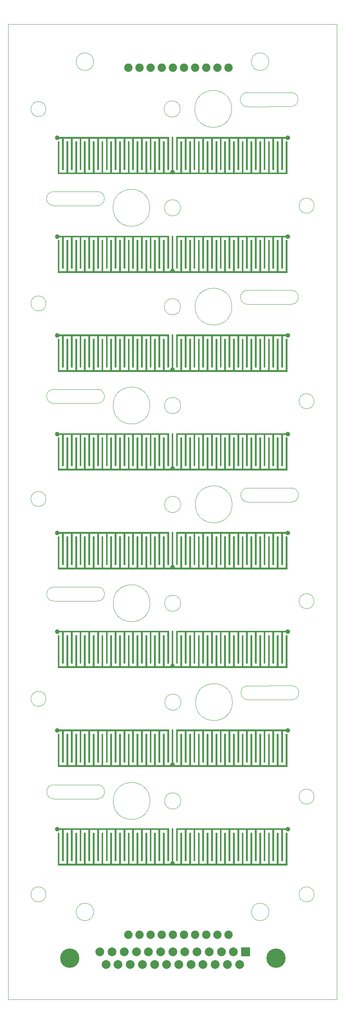
<source format=gts>
G04 This is an RS-274x file exported by *
G04 gerbv version 2.6.0 *
G04 More information is available about gerbv at *
G04 http://gerbv.gpleda.org/ *
G04 --End of header info--*
%MOIN*%
%FSLAX34Y34*%
%IPPOS*%
G04 --Define apertures--*
%ADD10C,0.0000*%
%ADD11C,0.1732*%
%ADD12C,0.0787*%
%ADD13R,0.0787X0.0787*%
%ADD14C,0.0748*%
%ADD15C,0.0394*%
%ADD16C,0.0039*%
G04 --Start main section--*
G54D10*
G01X0055951Y-027656D02*
G75*
G02X0055948Y-026396I-000001J0000630D01*
G01X0059885Y-026388D02*
G75*
G02X0059888Y-027648I0000001J-000630D01*
G01X0055928Y-009935D02*
G01X0059865Y-009927D01*
G01X0055926Y-008675D02*
G01X0059863Y-008667D01*
G01X0049907Y-010147D02*
G75*
G03X0049907Y-010147I-000729J0000000D01*
G01X0054522Y-010140D02*
G75*
G03X0054522Y-010140I-001654J0000000D01*
G01X0055928Y-009935D02*
G75*
G02X0055926Y-008675I-000001J0000630D01*
G01X0034449Y-089963D02*
G01X0034449Y-002562D01*
G01X0063976Y-089963D02*
G01X0034449Y-089963D01*
G01X0063976Y-002562D02*
G01X0063976Y-089963D01*
G01X0034449Y-002562D02*
G01X0063976Y-002562D01*
G01X0042477Y-071965D02*
G01X0038540Y-071966D01*
G01X0042476Y-070705D02*
G01X0038539Y-070707D01*
G01X0049957Y-072160D02*
G75*
G03X0049957Y-072160I-000729J0000000D01*
G01X0047191Y-072161D02*
G75*
G03X0047191Y-072161I-001654J0000000D01*
G01X0042476Y-070705D02*
G75*
G02X0042477Y-071965I0000000J-000630D01*
G01X0054567Y-045581D02*
G75*
G03X0054567Y-045581I-001654J0000000D01*
G01X0055973Y-045376D02*
G75*
G02X0055971Y-044116I-000001J0000630D01*
G01X0059908Y-044108D02*
G75*
G02X0059910Y-045368I0000001J-000630D01*
G01X0055951Y-027656D02*
G01X0059888Y-027648D01*
G01X0055948Y-026396D02*
G01X0059885Y-026388D01*
G01X0049929Y-027868D02*
G75*
G03X0049929Y-027868I-000729J0000000D01*
G01X0054545Y-027860D02*
G75*
G03X0054545Y-027860I-001654J0000000D01*
G01X0042460Y-017548D02*
G01X0038523Y-017550D01*
G01X0049941Y-019003D02*
G75*
G03X0049941Y-019003I-000729J0000000D01*
G01X0047174Y-019005D02*
G75*
G03X0047174Y-019005I-001654J0000000D01*
G01X0042460Y-017548D02*
G75*
G02X0042461Y-018808I0000000J-000630D01*
G01X0038524Y-018810D02*
G75*
G02X0038523Y-017550I0000000J0000630D01*
G01X0055996Y-063097D02*
G01X0059933Y-063089D01*
G01X0055993Y-061837D02*
G01X0059930Y-061829D01*
G01X0059863Y-008667D02*
G75*
G02X0059865Y-009927I0000001J-000630D01*
G01X0057874Y-005908D02*
G75*
G03X0057874Y-005908I-000787J0000000D01*
G01X0042126Y-005908D02*
G75*
G03X0042126Y-005908I-000787J0000000D01*
G01X0057874Y-082103D02*
G75*
G03X0057874Y-082103I-000787J0000000D01*
G01X0042126Y-082103D02*
G75*
G03X0042126Y-082103I-000787J0000000D01*
G01X0037840Y-027576D02*
G75*
G03X0037840Y-027576I-000675J0000000D01*
G01X0037840Y-010154D02*
G75*
G03X0037840Y-010154I-000675J0000000D01*
G01X0049974Y-063309D02*
G75*
G03X0049974Y-063309I-000729J0000000D01*
G01X0054590Y-063301D02*
G75*
G03X0054590Y-063301I-001654J0000000D01*
G01X0055996Y-063097D02*
G75*
G02X0055993Y-061837I-000001J0000630D01*
G01X0059930Y-061829D02*
G75*
G02X0059933Y-063089I0000001J-000630D01*
G01X0055973Y-045376D02*
G01X0059910Y-045368D01*
G01X0055971Y-044116D02*
G01X0059908Y-044108D01*
G01X0049952Y-045588D02*
G75*
G03X0049952Y-045588I-000729J0000000D01*
G01X0061935Y-080529D02*
G75*
G03X0061935Y-080529I-000675J0000000D01*
G01X0061935Y-071769D02*
G75*
G03X0061935Y-071769I-000675J0000000D01*
G01X0061935Y-054249D02*
G75*
G03X0061935Y-054249I-000675J0000000D01*
G01X0061935Y-036336D02*
G75*
G03X0061935Y-036336I-000675J0000000D01*
G01X0061935Y-018816D02*
G75*
G03X0061935Y-018816I-000675J0000000D01*
G01X0037840Y-080529D02*
G75*
G03X0037840Y-080529I-000675J0000000D01*
G01X0037840Y-063009D02*
G75*
G03X0037840Y-063009I-000675J0000000D01*
G01X0042466Y-036527D02*
G01X0038529Y-036529D01*
G01X0042465Y-035267D02*
G01X0038528Y-035269D01*
G01X0049946Y-036722D02*
G75*
G03X0049946Y-036722I-000729J0000000D01*
G01X0047180Y-036724D02*
G75*
G03X0047180Y-036724I-001654J0000000D01*
G01X0042465Y-035267D02*
G75*
G02X0042466Y-036527I0000000J-000630D01*
G01X0038529Y-036529D02*
G75*
G02X0038528Y-035269I0000000J0000630D01*
G01X0042461Y-018808D02*
G01X0038524Y-018810D01*
G01X0038540Y-071966D02*
G75*
G02X0038539Y-070707I0000000J0000630D01*
G01X0042472Y-054246D02*
G01X0038535Y-054248D01*
G01X0042471Y-052986D02*
G01X0038534Y-052988D01*
G01X0049952Y-054441D02*
G75*
G03X0049952Y-054441I-000729J0000000D01*
G01X0047185Y-054443D02*
G75*
G03X0047185Y-054443I-001654J0000000D01*
G01X0042471Y-052986D02*
G75*
G02X0042472Y-054246I0000000J-000630D01*
G01X0038535Y-054248D02*
G75*
G02X0038534Y-052988I0000000J0000630D01*
G01X0037840Y-045096D02*
G75*
G03X0037840Y-045096I-000675J0000000D01*
G54D11*
G01X0039961Y-086249D03*
G01X0058504Y-086249D03*
G54D12*
G01X0043234Y-086808D03*
G01X0044325Y-086808D03*
G01X0045415Y-086808D03*
G01X0046506Y-086808D03*
G01X0047596Y-086808D03*
G01X0048687Y-086808D03*
G01X0049778Y-086808D03*
G01X0050868Y-086808D03*
G01X0051959Y-086808D03*
G01X0053049Y-086808D03*
G01X0054140Y-086808D03*
G01X0055230Y-086808D03*
G01X0042689Y-085690D03*
G01X0043780Y-085690D03*
G01X0044870Y-085690D03*
G01X0045961Y-085690D03*
G01X0047051Y-085690D03*
G01X0048142Y-085690D03*
G01X0049232Y-085690D03*
G01X0050323Y-085690D03*
G01X0051413Y-085690D03*
G01X0052504Y-085690D03*
G01X0053594Y-085690D03*
G01X0054685Y-085690D03*
G54D13*
G01X0055776Y-085690D03*
G54D14*
G01X0045232Y-006451D03*
G01X0046232Y-006451D03*
G01X0047232Y-006451D03*
G01X0048232Y-006451D03*
G01X0049232Y-006451D03*
G01X0050232Y-006451D03*
G01X0051232Y-006451D03*
G01X0052232Y-006451D03*
G01X0053232Y-006451D03*
G01X0054232Y-006451D03*
G01X0054232Y-084154D03*
G01X0053232Y-084154D03*
G01X0052232Y-084154D03*
G01X0051232Y-084154D03*
G01X0050232Y-084154D03*
G01X0049232Y-084154D03*
G01X0048232Y-084154D03*
G01X0047232Y-084154D03*
G01X0046232Y-084154D03*
G01X0045232Y-084154D03*
G54D15*
G01X0038858Y-074685D03*
G54D16*
G36*
G01X0038869Y-074488D02*
G01X0038888Y-074491D01*
G01X0038907Y-074494D01*
G01X0038926Y-074500D01*
G01X0038943Y-074508D01*
G01X0038960Y-074517D01*
G01X0038976Y-074527D01*
G01X0038991Y-074540D01*
G01X0039005Y-074553D01*
G01X0039017Y-074568D01*
G01X0039027Y-074584D01*
G01X0039036Y-074601D01*
G01X0039038Y-074606D01*
G01X0048898Y-074606D01*
G01X0048898Y-077559D01*
G01X0048740Y-077559D01*
G01X0048740Y-074764D01*
G01X0048110Y-074764D01*
G01X0048110Y-077559D01*
G01X0047953Y-077559D01*
G01X0047953Y-074764D01*
G01X0047323Y-074764D01*
G01X0047323Y-077559D01*
G01X0047165Y-077559D01*
G01X0047165Y-074764D01*
G01X0046535Y-074764D01*
G01X0046535Y-077559D01*
G01X0046378Y-077559D01*
G01X0046378Y-074764D01*
G01X0045748Y-074764D01*
G01X0045748Y-077559D01*
G01X0045591Y-077559D01*
G01X0045591Y-074764D01*
G01X0044961Y-074764D01*
G01X0044961Y-077559D01*
G01X0044803Y-077559D01*
G01X0044803Y-074764D01*
G01X0044173Y-074764D01*
G01X0044173Y-077559D01*
G01X0044016Y-077559D01*
G01X0044016Y-074764D01*
G01X0043386Y-074764D01*
G01X0043386Y-077559D01*
G01X0043228Y-077559D01*
G01X0043228Y-074764D01*
G01X0042598Y-074764D01*
G01X0042598Y-077559D01*
G01X0042441Y-077559D01*
G01X0042441Y-074764D01*
G01X0041811Y-074764D01*
G01X0041811Y-077559D01*
G01X0041654Y-077559D01*
G01X0041654Y-074764D01*
G01X0041024Y-074764D01*
G01X0041024Y-077559D01*
G01X0040866Y-077559D01*
G01X0040866Y-074764D01*
G01X0040236Y-074764D01*
G01X0040236Y-077559D01*
G01X0040079Y-077559D01*
G01X0040079Y-074764D01*
G01X0039449Y-074764D01*
G01X0039449Y-077559D01*
G01X0039291Y-077559D01*
G01X0039291Y-074764D01*
G01X0039038Y-074764D01*
G01X0039034Y-074774D01*
G01X0039024Y-074791D01*
G01X0039013Y-074806D01*
G01X0039001Y-074821D01*
G01X0038987Y-074834D01*
G01X0038972Y-074846D01*
G01X0038956Y-074856D01*
G01X0038938Y-074865D01*
G01X0038920Y-074872D01*
G01X0038902Y-074877D01*
G01X0038883Y-074880D01*
G01X0038864Y-074882D01*
G01X0038845Y-074881D01*
G01X0038825Y-074879D01*
G01X0038807Y-074875D01*
G01X0038788Y-074869D01*
G01X0038771Y-074861D01*
G01X0038754Y-074852D01*
G01X0038738Y-074841D01*
G01X0038724Y-074829D01*
G01X0038710Y-074815D01*
G01X0038698Y-074800D01*
G01X0038688Y-074783D01*
G01X0038679Y-074766D01*
G01X0038678Y-074764D01*
G01X0038661Y-074764D01*
G01X0038661Y-074606D01*
G01X0038678Y-074606D01*
G01X0038681Y-074599D01*
G01X0038691Y-074582D01*
G01X0038701Y-074566D01*
G01X0038714Y-074551D01*
G01X0038728Y-074538D01*
G01X0038743Y-074526D01*
G01X0038759Y-074515D01*
G01X0038776Y-074506D01*
G01X0038794Y-074499D01*
G01X0038812Y-074494D01*
G01X0038831Y-074490D01*
G01X0038850Y-074488D01*
G01X0038869Y-074488D01*
G01X0038869Y-074488D01*
G37*
G54D15*
G01X0059567Y-074685D03*
G54D16*
G36*
G01X0059578Y-074488D02*
G01X0059597Y-074491D01*
G01X0059616Y-074494D01*
G01X0059634Y-074500D01*
G01X0059652Y-074508D01*
G01X0059669Y-074517D01*
G01X0059685Y-074527D01*
G01X0059700Y-074540D01*
G01X0059713Y-074553D01*
G01X0059725Y-074568D01*
G01X0059736Y-074584D01*
G01X0059745Y-074601D01*
G01X0059747Y-074606D01*
G01X0059764Y-074606D01*
G01X0059764Y-074764D01*
G01X0059747Y-074764D01*
G01X0059743Y-074774D01*
G01X0059733Y-074791D01*
G01X0059722Y-074806D01*
G01X0059709Y-074821D01*
G01X0059696Y-074834D01*
G01X0059680Y-074846D01*
G01X0059664Y-074856D01*
G01X0059647Y-074865D01*
G01X0059629Y-074872D01*
G01X0059611Y-074877D01*
G01X0059592Y-074880D01*
G01X0059572Y-074882D01*
G01X0059553Y-074881D01*
G01X0059534Y-074879D01*
G01X0059515Y-074875D01*
G01X0059497Y-074869D01*
G01X0059479Y-074861D01*
G01X0059463Y-074852D01*
G01X0059447Y-074841D01*
G01X0059432Y-074829D01*
G01X0059419Y-074815D01*
G01X0059407Y-074800D01*
G01X0059396Y-074783D01*
G01X0059388Y-074766D01*
G01X0059387Y-074764D01*
G01X0059134Y-074764D01*
G01X0059134Y-077559D01*
G01X0058976Y-077559D01*
G01X0058976Y-074764D01*
G01X0058346Y-074764D01*
G01X0058346Y-077559D01*
G01X0058189Y-077559D01*
G01X0058189Y-074764D01*
G01X0057559Y-074764D01*
G01X0057559Y-077559D01*
G01X0057402Y-077559D01*
G01X0057402Y-074764D01*
G01X0056772Y-074764D01*
G01X0056772Y-077559D01*
G01X0056614Y-077559D01*
G01X0056614Y-074764D01*
G01X0055984Y-074764D01*
G01X0055984Y-077559D01*
G01X0055827Y-077559D01*
G01X0055827Y-074764D01*
G01X0055197Y-074764D01*
G01X0055197Y-077559D01*
G01X0055039Y-077559D01*
G01X0055039Y-074764D01*
G01X0054409Y-074764D01*
G01X0054409Y-077559D01*
G01X0054252Y-077559D01*
G01X0054252Y-074764D01*
G01X0053622Y-074764D01*
G01X0053622Y-077559D01*
G01X0053465Y-077559D01*
G01X0053465Y-074764D01*
G01X0052835Y-074764D01*
G01X0052835Y-077559D01*
G01X0052677Y-077559D01*
G01X0052677Y-074764D01*
G01X0052047Y-074764D01*
G01X0052047Y-077559D01*
G01X0051890Y-077559D01*
G01X0051890Y-074764D01*
G01X0051260Y-074764D01*
G01X0051260Y-077559D01*
G01X0051102Y-077559D01*
G01X0051102Y-074764D01*
G01X0050472Y-074764D01*
G01X0050472Y-077559D01*
G01X0050315Y-077559D01*
G01X0050315Y-074764D01*
G01X0049685Y-074764D01*
G01X0049685Y-077559D01*
G01X0049528Y-077559D01*
G01X0049528Y-074606D01*
G01X0059387Y-074606D01*
G01X0059390Y-074599D01*
G01X0059399Y-074582D01*
G01X0059410Y-074566D01*
G01X0059422Y-074551D01*
G01X0059436Y-074538D01*
G01X0059451Y-074526D01*
G01X0059467Y-074515D01*
G01X0059484Y-074506D01*
G01X0059502Y-074499D01*
G01X0059521Y-074494D01*
G01X0059540Y-074490D01*
G01X0059559Y-074488D01*
G01X0059578Y-074488D01*
G01X0059578Y-074488D01*
G37*
G54D15*
G01X0049213Y-077756D03*
G54D16*
G36*
G01X0049291Y-077576D02*
G01X0049298Y-077578D01*
G01X0049315Y-077588D01*
G01X0049331Y-077598D01*
G01X0049345Y-077611D01*
G01X0049359Y-077624D01*
G01X0049371Y-077639D01*
G01X0049382Y-077655D01*
G01X0049391Y-077672D01*
G01X0049398Y-077690D01*
G01X0049404Y-077708D01*
G01X0049407Y-077727D01*
G01X0049409Y-077746D01*
G01X0049409Y-077771D01*
G01X0049406Y-077790D01*
G01X0049405Y-077795D01*
G01X0049921Y-077795D01*
G01X0049921Y-075000D01*
G01X0050079Y-075000D01*
G01X0050079Y-077795D01*
G01X0050709Y-077795D01*
G01X0050709Y-075000D01*
G01X0050866Y-075000D01*
G01X0050866Y-077795D01*
G01X0051496Y-077795D01*
G01X0051496Y-075000D01*
G01X0051654Y-075000D01*
G01X0051654Y-077795D01*
G01X0052283Y-077795D01*
G01X0052283Y-075000D01*
G01X0052441Y-075000D01*
G01X0052441Y-077795D01*
G01X0053071Y-077795D01*
G01X0053071Y-075000D01*
G01X0053228Y-075000D01*
G01X0053228Y-077795D01*
G01X0053858Y-077795D01*
G01X0053858Y-075000D01*
G01X0054016Y-075000D01*
G01X0054016Y-077795D01*
G01X0054646Y-077795D01*
G01X0054646Y-075000D01*
G01X0054803Y-075000D01*
G01X0054803Y-077795D01*
G01X0055433Y-077795D01*
G01X0055433Y-075000D01*
G01X0055591Y-075000D01*
G01X0055591Y-077795D01*
G01X0056220Y-077795D01*
G01X0056220Y-075000D01*
G01X0056378Y-075000D01*
G01X0056378Y-077795D01*
G01X0057008Y-077795D01*
G01X0057008Y-075000D01*
G01X0057165Y-075000D01*
G01X0057165Y-077795D01*
G01X0057795Y-077795D01*
G01X0057795Y-075000D01*
G01X0057953Y-075000D01*
G01X0057953Y-077795D01*
G01X0058583Y-077795D01*
G01X0058583Y-075000D01*
G01X0058740Y-075000D01*
G01X0058740Y-077795D01*
G01X0059370Y-077795D01*
G01X0059370Y-075000D01*
G01X0059528Y-075000D01*
G01X0059528Y-077953D01*
G01X0038898Y-077953D01*
G01X0038898Y-075000D01*
G01X0039055Y-075000D01*
G01X0039055Y-077795D01*
G01X0039685Y-077795D01*
G01X0039685Y-075000D01*
G01X0039843Y-075000D01*
G01X0039843Y-077795D01*
G01X0040472Y-077795D01*
G01X0040472Y-075000D01*
G01X0040630Y-075000D01*
G01X0040630Y-077795D01*
G01X0041260Y-077795D01*
G01X0041260Y-075000D01*
G01X0041417Y-075000D01*
G01X0041417Y-077795D01*
G01X0042047Y-077795D01*
G01X0042047Y-075000D01*
G01X0042205Y-075000D01*
G01X0042205Y-077795D01*
G01X0042835Y-077795D01*
G01X0042835Y-075000D01*
G01X0042992Y-075000D01*
G01X0042992Y-077795D01*
G01X0043622Y-077795D01*
G01X0043622Y-075000D01*
G01X0043780Y-075000D01*
G01X0043780Y-077795D01*
G01X0044409Y-077795D01*
G01X0044409Y-075000D01*
G01X0044567Y-075000D01*
G01X0044567Y-077795D01*
G01X0045197Y-077795D01*
G01X0045197Y-075000D01*
G01X0045354Y-075000D01*
G01X0045354Y-077795D01*
G01X0045984Y-077795D01*
G01X0045984Y-075000D01*
G01X0046142Y-075000D01*
G01X0046142Y-077795D01*
G01X0046772Y-077795D01*
G01X0046772Y-075000D01*
G01X0046929Y-075000D01*
G01X0046929Y-077795D01*
G01X0047559Y-077795D01*
G01X0047559Y-075000D01*
G01X0047717Y-075000D01*
G01X0047717Y-077795D01*
G01X0048346Y-077795D01*
G01X0048346Y-075000D01*
G01X0048504Y-075000D01*
G01X0048504Y-077795D01*
G01X0049020Y-077795D01*
G01X0049017Y-077782D01*
G01X0049016Y-077763D01*
G01X0049016Y-077744D01*
G01X0049018Y-077724D01*
G01X0049022Y-077706D01*
G01X0049028Y-077687D01*
G01X0049036Y-077670D01*
G01X0049045Y-077653D01*
G01X0049056Y-077637D01*
G01X0049068Y-077622D01*
G01X0049082Y-077609D01*
G01X0049097Y-077597D01*
G01X0049113Y-077586D01*
G01X0049130Y-077577D01*
G01X0049134Y-077576D01*
G01X0049134Y-074606D01*
G01X0049291Y-074606D01*
G01X0049291Y-077576D01*
G01X0049291Y-077576D01*
G37*
G54D15*
G01X0049213Y-068905D03*
G54D16*
G36*
G01X0049291Y-068725D02*
G01X0049298Y-068728D01*
G01X0049315Y-068737D01*
G01X0049331Y-068748D01*
G01X0049345Y-068760D01*
G01X0049359Y-068774D01*
G01X0049371Y-068788D01*
G01X0049382Y-068804D01*
G01X0049391Y-068821D01*
G01X0049398Y-068839D01*
G01X0049404Y-068858D01*
G01X0049407Y-068877D01*
G01X0049409Y-068896D01*
G01X0049409Y-068920D01*
G01X0049406Y-068939D01*
G01X0049405Y-068945D01*
G01X0049921Y-068945D01*
G01X0049921Y-066149D01*
G01X0050079Y-066149D01*
G01X0050079Y-068945D01*
G01X0050709Y-068945D01*
G01X0050709Y-066149D01*
G01X0050866Y-066149D01*
G01X0050866Y-068945D01*
G01X0051496Y-068945D01*
G01X0051496Y-066149D01*
G01X0051654Y-066149D01*
G01X0051654Y-068945D01*
G01X0052283Y-068945D01*
G01X0052283Y-066149D01*
G01X0052441Y-066149D01*
G01X0052441Y-068945D01*
G01X0053071Y-068945D01*
G01X0053071Y-066149D01*
G01X0053228Y-066149D01*
G01X0053228Y-068945D01*
G01X0053858Y-068945D01*
G01X0053858Y-066149D01*
G01X0054016Y-066149D01*
G01X0054016Y-068945D01*
G01X0054646Y-068945D01*
G01X0054646Y-066149D01*
G01X0054803Y-066149D01*
G01X0054803Y-068945D01*
G01X0055433Y-068945D01*
G01X0055433Y-066149D01*
G01X0055591Y-066149D01*
G01X0055591Y-068945D01*
G01X0056220Y-068945D01*
G01X0056220Y-066149D01*
G01X0056378Y-066149D01*
G01X0056378Y-068945D01*
G01X0057008Y-068945D01*
G01X0057008Y-066149D01*
G01X0057165Y-066149D01*
G01X0057165Y-068945D01*
G01X0057795Y-068945D01*
G01X0057795Y-066149D01*
G01X0057953Y-066149D01*
G01X0057953Y-068945D01*
G01X0058583Y-068945D01*
G01X0058583Y-066149D01*
G01X0058740Y-066149D01*
G01X0058740Y-068945D01*
G01X0059370Y-068945D01*
G01X0059370Y-066149D01*
G01X0059528Y-066149D01*
G01X0059528Y-069102D01*
G01X0038898Y-069102D01*
G01X0038898Y-066149D01*
G01X0039055Y-066149D01*
G01X0039055Y-068945D01*
G01X0039685Y-068945D01*
G01X0039685Y-066149D01*
G01X0039843Y-066149D01*
G01X0039843Y-068945D01*
G01X0040472Y-068945D01*
G01X0040472Y-066149D01*
G01X0040630Y-066149D01*
G01X0040630Y-068945D01*
G01X0041260Y-068945D01*
G01X0041260Y-066149D01*
G01X0041417Y-066149D01*
G01X0041417Y-068945D01*
G01X0042047Y-068945D01*
G01X0042047Y-066149D01*
G01X0042205Y-066149D01*
G01X0042205Y-068945D01*
G01X0042835Y-068945D01*
G01X0042835Y-066149D01*
G01X0042992Y-066149D01*
G01X0042992Y-068945D01*
G01X0043622Y-068945D01*
G01X0043622Y-066149D01*
G01X0043780Y-066149D01*
G01X0043780Y-068945D01*
G01X0044409Y-068945D01*
G01X0044409Y-066149D01*
G01X0044567Y-066149D01*
G01X0044567Y-068945D01*
G01X0045197Y-068945D01*
G01X0045197Y-066149D01*
G01X0045354Y-066149D01*
G01X0045354Y-068945D01*
G01X0045984Y-068945D01*
G01X0045984Y-066149D01*
G01X0046142Y-066149D01*
G01X0046142Y-068945D01*
G01X0046772Y-068945D01*
G01X0046772Y-066149D01*
G01X0046929Y-066149D01*
G01X0046929Y-068945D01*
G01X0047559Y-068945D01*
G01X0047559Y-066149D01*
G01X0047717Y-066149D01*
G01X0047717Y-068945D01*
G01X0048346Y-068945D01*
G01X0048346Y-066149D01*
G01X0048504Y-066149D01*
G01X0048504Y-068945D01*
G01X0049020Y-068945D01*
G01X0049017Y-068931D01*
G01X0049016Y-068912D01*
G01X0049016Y-068893D01*
G01X0049018Y-068874D01*
G01X0049022Y-068855D01*
G01X0049028Y-068837D01*
G01X0049036Y-068819D01*
G01X0049045Y-068802D01*
G01X0049056Y-068786D01*
G01X0049068Y-068772D01*
G01X0049082Y-068758D01*
G01X0049097Y-068746D01*
G01X0049113Y-068735D01*
G01X0049130Y-068727D01*
G01X0049134Y-068725D01*
G01X0049134Y-065756D01*
G01X0049291Y-065756D01*
G01X0049291Y-068725D01*
G01X0049291Y-068725D01*
G37*
G54D15*
G01X0059567Y-065834D03*
G54D16*
G36*
G01X0059578Y-065638D02*
G01X0059597Y-065640D01*
G01X0059616Y-065644D01*
G01X0059634Y-065649D01*
G01X0059652Y-065657D01*
G01X0059669Y-065666D01*
G01X0059685Y-065677D01*
G01X0059700Y-065689D01*
G01X0059713Y-065703D01*
G01X0059725Y-065718D01*
G01X0059736Y-065734D01*
G01X0059745Y-065751D01*
G01X0059747Y-065756D01*
G01X0059764Y-065756D01*
G01X0059764Y-065913D01*
G01X0059747Y-065913D01*
G01X0059743Y-065923D01*
G01X0059733Y-065940D01*
G01X0059722Y-065956D01*
G01X0059709Y-065970D01*
G01X0059696Y-065983D01*
G01X0059680Y-065995D01*
G01X0059664Y-066006D01*
G01X0059647Y-066014D01*
G01X0059629Y-066021D01*
G01X0059611Y-066026D01*
G01X0059592Y-066030D01*
G01X0059572Y-066031D01*
G01X0059553Y-066031D01*
G01X0059534Y-066029D01*
G01X0059515Y-066024D01*
G01X0059497Y-066018D01*
G01X0059479Y-066011D01*
G01X0059463Y-066001D01*
G01X0059447Y-065990D01*
G01X0059432Y-065978D01*
G01X0059419Y-065964D01*
G01X0059407Y-065949D01*
G01X0059396Y-065933D01*
G01X0059388Y-065916D01*
G01X0059387Y-065913D01*
G01X0059134Y-065913D01*
G01X0059134Y-068708D01*
G01X0058976Y-068708D01*
G01X0058976Y-065913D01*
G01X0058346Y-065913D01*
G01X0058346Y-068708D01*
G01X0058189Y-068708D01*
G01X0058189Y-065913D01*
G01X0057559Y-065913D01*
G01X0057559Y-068708D01*
G01X0057402Y-068708D01*
G01X0057402Y-065913D01*
G01X0056772Y-065913D01*
G01X0056772Y-068708D01*
G01X0056614Y-068708D01*
G01X0056614Y-065913D01*
G01X0055984Y-065913D01*
G01X0055984Y-068708D01*
G01X0055827Y-068708D01*
G01X0055827Y-065913D01*
G01X0055197Y-065913D01*
G01X0055197Y-068708D01*
G01X0055039Y-068708D01*
G01X0055039Y-065913D01*
G01X0054409Y-065913D01*
G01X0054409Y-068708D01*
G01X0054252Y-068708D01*
G01X0054252Y-065913D01*
G01X0053622Y-065913D01*
G01X0053622Y-068708D01*
G01X0053465Y-068708D01*
G01X0053465Y-065913D01*
G01X0052835Y-065913D01*
G01X0052835Y-068708D01*
G01X0052677Y-068708D01*
G01X0052677Y-065913D01*
G01X0052047Y-065913D01*
G01X0052047Y-068708D01*
G01X0051890Y-068708D01*
G01X0051890Y-065913D01*
G01X0051260Y-065913D01*
G01X0051260Y-068708D01*
G01X0051102Y-068708D01*
G01X0051102Y-065913D01*
G01X0050472Y-065913D01*
G01X0050472Y-068708D01*
G01X0050315Y-068708D01*
G01X0050315Y-065913D01*
G01X0049685Y-065913D01*
G01X0049685Y-068708D01*
G01X0049528Y-068708D01*
G01X0049528Y-065756D01*
G01X0059387Y-065756D01*
G01X0059390Y-065748D01*
G01X0059399Y-065731D01*
G01X0059410Y-065715D01*
G01X0059422Y-065701D01*
G01X0059436Y-065687D01*
G01X0059451Y-065675D01*
G01X0059467Y-065665D01*
G01X0059484Y-065656D01*
G01X0059502Y-065649D01*
G01X0059521Y-065643D01*
G01X0059540Y-065639D01*
G01X0059559Y-065638D01*
G01X0059578Y-065638D01*
G01X0059578Y-065638D01*
G37*
G54D15*
G01X0038858Y-065834D03*
G54D16*
G36*
G01X0038869Y-065638D02*
G01X0038888Y-065640D01*
G01X0038907Y-065644D01*
G01X0038926Y-065649D01*
G01X0038943Y-065657D01*
G01X0038960Y-065666D01*
G01X0038976Y-065677D01*
G01X0038991Y-065689D01*
G01X0039005Y-065703D01*
G01X0039017Y-065718D01*
G01X0039027Y-065734D01*
G01X0039036Y-065751D01*
G01X0039038Y-065756D01*
G01X0048898Y-065756D01*
G01X0048898Y-068708D01*
G01X0048740Y-068708D01*
G01X0048740Y-065913D01*
G01X0048110Y-065913D01*
G01X0048110Y-068708D01*
G01X0047953Y-068708D01*
G01X0047953Y-065913D01*
G01X0047323Y-065913D01*
G01X0047323Y-068708D01*
G01X0047165Y-068708D01*
G01X0047165Y-065913D01*
G01X0046535Y-065913D01*
G01X0046535Y-068708D01*
G01X0046378Y-068708D01*
G01X0046378Y-065913D01*
G01X0045748Y-065913D01*
G01X0045748Y-068708D01*
G01X0045591Y-068708D01*
G01X0045591Y-065913D01*
G01X0044961Y-065913D01*
G01X0044961Y-068708D01*
G01X0044803Y-068708D01*
G01X0044803Y-065913D01*
G01X0044173Y-065913D01*
G01X0044173Y-068708D01*
G01X0044016Y-068708D01*
G01X0044016Y-065913D01*
G01X0043386Y-065913D01*
G01X0043386Y-068708D01*
G01X0043228Y-068708D01*
G01X0043228Y-065913D01*
G01X0042598Y-065913D01*
G01X0042598Y-068708D01*
G01X0042441Y-068708D01*
G01X0042441Y-065913D01*
G01X0041811Y-065913D01*
G01X0041811Y-068708D01*
G01X0041654Y-068708D01*
G01X0041654Y-065913D01*
G01X0041024Y-065913D01*
G01X0041024Y-068708D01*
G01X0040866Y-068708D01*
G01X0040866Y-065913D01*
G01X0040236Y-065913D01*
G01X0040236Y-068708D01*
G01X0040079Y-068708D01*
G01X0040079Y-065913D01*
G01X0039449Y-065913D01*
G01X0039449Y-068708D01*
G01X0039291Y-068708D01*
G01X0039291Y-065913D01*
G01X0039038Y-065913D01*
G01X0039034Y-065923D01*
G01X0039024Y-065940D01*
G01X0039013Y-065956D01*
G01X0039001Y-065970D01*
G01X0038987Y-065983D01*
G01X0038972Y-065995D01*
G01X0038956Y-066006D01*
G01X0038938Y-066014D01*
G01X0038920Y-066021D01*
G01X0038902Y-066026D01*
G01X0038883Y-066030D01*
G01X0038864Y-066031D01*
G01X0038845Y-066031D01*
G01X0038825Y-066029D01*
G01X0038807Y-066024D01*
G01X0038788Y-066018D01*
G01X0038771Y-066011D01*
G01X0038754Y-066001D01*
G01X0038738Y-065990D01*
G01X0038724Y-065978D01*
G01X0038710Y-065964D01*
G01X0038698Y-065949D01*
G01X0038688Y-065933D01*
G01X0038679Y-065916D01*
G01X0038678Y-065913D01*
G01X0038661Y-065913D01*
G01X0038661Y-065756D01*
G01X0038678Y-065756D01*
G01X0038681Y-065748D01*
G01X0038691Y-065731D01*
G01X0038701Y-065715D01*
G01X0038714Y-065701D01*
G01X0038728Y-065687D01*
G01X0038743Y-065675D01*
G01X0038759Y-065665D01*
G01X0038776Y-065656D01*
G01X0038794Y-065649D01*
G01X0038812Y-065643D01*
G01X0038831Y-065639D01*
G01X0038850Y-065638D01*
G01X0038869Y-065638D01*
G01X0038869Y-065638D01*
G37*
G54D15*
G01X0038858Y-056984D03*
G54D16*
G36*
G01X0038869Y-056787D02*
G01X0038888Y-056789D01*
G01X0038907Y-056793D01*
G01X0038926Y-056799D01*
G01X0038943Y-056806D01*
G01X0038960Y-056815D01*
G01X0038976Y-056826D01*
G01X0038991Y-056838D01*
G01X0039005Y-056852D01*
G01X0039017Y-056867D01*
G01X0039027Y-056883D01*
G01X0039036Y-056900D01*
G01X0039038Y-056905D01*
G01X0048898Y-056905D01*
G01X0048898Y-059858D01*
G01X0048740Y-059858D01*
G01X0048740Y-057063D01*
G01X0048110Y-057063D01*
G01X0048110Y-059858D01*
G01X0047953Y-059858D01*
G01X0047953Y-057063D01*
G01X0047323Y-057063D01*
G01X0047323Y-059858D01*
G01X0047165Y-059858D01*
G01X0047165Y-057063D01*
G01X0046535Y-057063D01*
G01X0046535Y-059858D01*
G01X0046378Y-059858D01*
G01X0046378Y-057063D01*
G01X0045748Y-057063D01*
G01X0045748Y-059858D01*
G01X0045591Y-059858D01*
G01X0045591Y-057063D01*
G01X0044961Y-057063D01*
G01X0044961Y-059858D01*
G01X0044803Y-059858D01*
G01X0044803Y-057063D01*
G01X0044173Y-057063D01*
G01X0044173Y-059858D01*
G01X0044016Y-059858D01*
G01X0044016Y-057063D01*
G01X0043386Y-057063D01*
G01X0043386Y-059858D01*
G01X0043228Y-059858D01*
G01X0043228Y-057063D01*
G01X0042598Y-057063D01*
G01X0042598Y-059858D01*
G01X0042441Y-059858D01*
G01X0042441Y-057063D01*
G01X0041811Y-057063D01*
G01X0041811Y-059858D01*
G01X0041654Y-059858D01*
G01X0041654Y-057063D01*
G01X0041024Y-057063D01*
G01X0041024Y-059858D01*
G01X0040866Y-059858D01*
G01X0040866Y-057063D01*
G01X0040236Y-057063D01*
G01X0040236Y-059858D01*
G01X0040079Y-059858D01*
G01X0040079Y-057063D01*
G01X0039449Y-057063D01*
G01X0039449Y-059858D01*
G01X0039291Y-059858D01*
G01X0039291Y-057063D01*
G01X0039038Y-057063D01*
G01X0039034Y-057073D01*
G01X0039024Y-057089D01*
G01X0039013Y-057105D01*
G01X0039001Y-057120D01*
G01X0038987Y-057133D01*
G01X0038972Y-057145D01*
G01X0038956Y-057155D01*
G01X0038938Y-057164D01*
G01X0038920Y-057171D01*
G01X0038902Y-057176D01*
G01X0038883Y-057179D01*
G01X0038864Y-057181D01*
G01X0038845Y-057180D01*
G01X0038825Y-057178D01*
G01X0038807Y-057174D01*
G01X0038788Y-057168D01*
G01X0038771Y-057160D01*
G01X0038754Y-057151D01*
G01X0038738Y-057140D01*
G01X0038724Y-057127D01*
G01X0038710Y-057113D01*
G01X0038698Y-057098D01*
G01X0038688Y-057082D01*
G01X0038679Y-057065D01*
G01X0038678Y-057063D01*
G01X0038661Y-057063D01*
G01X0038661Y-056905D01*
G01X0038678Y-056905D01*
G01X0038681Y-056897D01*
G01X0038691Y-056881D01*
G01X0038701Y-056865D01*
G01X0038714Y-056850D01*
G01X0038728Y-056837D01*
G01X0038743Y-056825D01*
G01X0038759Y-056814D01*
G01X0038776Y-056805D01*
G01X0038794Y-056798D01*
G01X0038812Y-056792D01*
G01X0038831Y-056789D01*
G01X0038850Y-056787D01*
G01X0038869Y-056787D01*
G01X0038869Y-056787D01*
G37*
G54D15*
G01X0059567Y-056984D03*
G54D16*
G36*
G01X0059578Y-056787D02*
G01X0059597Y-056789D01*
G01X0059616Y-056793D01*
G01X0059634Y-056799D01*
G01X0059652Y-056806D01*
G01X0059669Y-056815D01*
G01X0059685Y-056826D01*
G01X0059700Y-056838D01*
G01X0059713Y-056852D01*
G01X0059725Y-056867D01*
G01X0059736Y-056883D01*
G01X0059745Y-056900D01*
G01X0059747Y-056905D01*
G01X0059764Y-056905D01*
G01X0059764Y-057063D01*
G01X0059747Y-057063D01*
G01X0059743Y-057073D01*
G01X0059733Y-057089D01*
G01X0059722Y-057105D01*
G01X0059709Y-057120D01*
G01X0059696Y-057133D01*
G01X0059680Y-057145D01*
G01X0059664Y-057155D01*
G01X0059647Y-057164D01*
G01X0059629Y-057171D01*
G01X0059611Y-057176D01*
G01X0059592Y-057179D01*
G01X0059572Y-057181D01*
G01X0059553Y-057180D01*
G01X0059534Y-057178D01*
G01X0059515Y-057174D01*
G01X0059497Y-057168D01*
G01X0059479Y-057160D01*
G01X0059463Y-057151D01*
G01X0059447Y-057140D01*
G01X0059432Y-057127D01*
G01X0059419Y-057113D01*
G01X0059407Y-057098D01*
G01X0059396Y-057082D01*
G01X0059388Y-057065D01*
G01X0059387Y-057063D01*
G01X0059134Y-057063D01*
G01X0059134Y-059858D01*
G01X0058976Y-059858D01*
G01X0058976Y-057063D01*
G01X0058346Y-057063D01*
G01X0058346Y-059858D01*
G01X0058189Y-059858D01*
G01X0058189Y-057063D01*
G01X0057559Y-057063D01*
G01X0057559Y-059858D01*
G01X0057402Y-059858D01*
G01X0057402Y-057063D01*
G01X0056772Y-057063D01*
G01X0056772Y-059858D01*
G01X0056614Y-059858D01*
G01X0056614Y-057063D01*
G01X0055984Y-057063D01*
G01X0055984Y-059858D01*
G01X0055827Y-059858D01*
G01X0055827Y-057063D01*
G01X0055197Y-057063D01*
G01X0055197Y-059858D01*
G01X0055039Y-059858D01*
G01X0055039Y-057063D01*
G01X0054409Y-057063D01*
G01X0054409Y-059858D01*
G01X0054252Y-059858D01*
G01X0054252Y-057063D01*
G01X0053622Y-057063D01*
G01X0053622Y-059858D01*
G01X0053465Y-059858D01*
G01X0053465Y-057063D01*
G01X0052835Y-057063D01*
G01X0052835Y-059858D01*
G01X0052677Y-059858D01*
G01X0052677Y-057063D01*
G01X0052047Y-057063D01*
G01X0052047Y-059858D01*
G01X0051890Y-059858D01*
G01X0051890Y-057063D01*
G01X0051260Y-057063D01*
G01X0051260Y-059858D01*
G01X0051102Y-059858D01*
G01X0051102Y-057063D01*
G01X0050472Y-057063D01*
G01X0050472Y-059858D01*
G01X0050315Y-059858D01*
G01X0050315Y-057063D01*
G01X0049685Y-057063D01*
G01X0049685Y-059858D01*
G01X0049528Y-059858D01*
G01X0049528Y-056905D01*
G01X0059387Y-056905D01*
G01X0059390Y-056897D01*
G01X0059399Y-056881D01*
G01X0059410Y-056865D01*
G01X0059422Y-056850D01*
G01X0059436Y-056837D01*
G01X0059451Y-056825D01*
G01X0059467Y-056814D01*
G01X0059484Y-056805D01*
G01X0059502Y-056798D01*
G01X0059521Y-056792D01*
G01X0059540Y-056789D01*
G01X0059559Y-056787D01*
G01X0059578Y-056787D01*
G01X0059578Y-056787D01*
G37*
G54D15*
G01X0049213Y-060055D03*
G54D16*
G36*
G01X0049291Y-059874D02*
G01X0049298Y-059877D01*
G01X0049315Y-059886D01*
G01X0049331Y-059897D01*
G01X0049345Y-059909D01*
G01X0049359Y-059923D01*
G01X0049371Y-059938D01*
G01X0049382Y-059954D01*
G01X0049391Y-059971D01*
G01X0049398Y-059989D01*
G01X0049404Y-060007D01*
G01X0049407Y-060026D01*
G01X0049409Y-060045D01*
G01X0049409Y-060070D01*
G01X0049406Y-060089D01*
G01X0049405Y-060094D01*
G01X0049921Y-060094D01*
G01X0049921Y-057299D01*
G01X0050079Y-057299D01*
G01X0050079Y-060094D01*
G01X0050709Y-060094D01*
G01X0050709Y-057299D01*
G01X0050866Y-057299D01*
G01X0050866Y-060094D01*
G01X0051496Y-060094D01*
G01X0051496Y-057299D01*
G01X0051654Y-057299D01*
G01X0051654Y-060094D01*
G01X0052283Y-060094D01*
G01X0052283Y-057299D01*
G01X0052441Y-057299D01*
G01X0052441Y-060094D01*
G01X0053071Y-060094D01*
G01X0053071Y-057299D01*
G01X0053228Y-057299D01*
G01X0053228Y-060094D01*
G01X0053858Y-060094D01*
G01X0053858Y-057299D01*
G01X0054016Y-057299D01*
G01X0054016Y-060094D01*
G01X0054646Y-060094D01*
G01X0054646Y-057299D01*
G01X0054803Y-057299D01*
G01X0054803Y-060094D01*
G01X0055433Y-060094D01*
G01X0055433Y-057299D01*
G01X0055591Y-057299D01*
G01X0055591Y-060094D01*
G01X0056220Y-060094D01*
G01X0056220Y-057299D01*
G01X0056378Y-057299D01*
G01X0056378Y-060094D01*
G01X0057008Y-060094D01*
G01X0057008Y-057299D01*
G01X0057165Y-057299D01*
G01X0057165Y-060094D01*
G01X0057795Y-060094D01*
G01X0057795Y-057299D01*
G01X0057953Y-057299D01*
G01X0057953Y-060094D01*
G01X0058583Y-060094D01*
G01X0058583Y-057299D01*
G01X0058740Y-057299D01*
G01X0058740Y-060094D01*
G01X0059370Y-060094D01*
G01X0059370Y-057299D01*
G01X0059528Y-057299D01*
G01X0059528Y-060251D01*
G01X0038898Y-060251D01*
G01X0038898Y-057299D01*
G01X0039055Y-057299D01*
G01X0039055Y-060094D01*
G01X0039685Y-060094D01*
G01X0039685Y-057299D01*
G01X0039843Y-057299D01*
G01X0039843Y-060094D01*
G01X0040472Y-060094D01*
G01X0040472Y-057299D01*
G01X0040630Y-057299D01*
G01X0040630Y-060094D01*
G01X0041260Y-060094D01*
G01X0041260Y-057299D01*
G01X0041417Y-057299D01*
G01X0041417Y-060094D01*
G01X0042047Y-060094D01*
G01X0042047Y-057299D01*
G01X0042205Y-057299D01*
G01X0042205Y-060094D01*
G01X0042835Y-060094D01*
G01X0042835Y-057299D01*
G01X0042992Y-057299D01*
G01X0042992Y-060094D01*
G01X0043622Y-060094D01*
G01X0043622Y-057299D01*
G01X0043780Y-057299D01*
G01X0043780Y-060094D01*
G01X0044409Y-060094D01*
G01X0044409Y-057299D01*
G01X0044567Y-057299D01*
G01X0044567Y-060094D01*
G01X0045197Y-060094D01*
G01X0045197Y-057299D01*
G01X0045354Y-057299D01*
G01X0045354Y-060094D01*
G01X0045984Y-060094D01*
G01X0045984Y-057299D01*
G01X0046142Y-057299D01*
G01X0046142Y-060094D01*
G01X0046772Y-060094D01*
G01X0046772Y-057299D01*
G01X0046929Y-057299D01*
G01X0046929Y-060094D01*
G01X0047559Y-060094D01*
G01X0047559Y-057299D01*
G01X0047717Y-057299D01*
G01X0047717Y-060094D01*
G01X0048346Y-060094D01*
G01X0048346Y-057299D01*
G01X0048504Y-057299D01*
G01X0048504Y-060094D01*
G01X0049020Y-060094D01*
G01X0049017Y-060081D01*
G01X0049016Y-060062D01*
G01X0049016Y-060042D01*
G01X0049018Y-060023D01*
G01X0049022Y-060004D01*
G01X0049028Y-059986D01*
G01X0049036Y-059968D01*
G01X0049045Y-059951D01*
G01X0049056Y-059936D01*
G01X0049068Y-059921D01*
G01X0049082Y-059907D01*
G01X0049097Y-059895D01*
G01X0049113Y-059885D01*
G01X0049130Y-059876D01*
G01X0049134Y-059874D01*
G01X0049134Y-056905D01*
G01X0049291Y-056905D01*
G01X0049291Y-059874D01*
G01X0049291Y-059874D01*
G37*
G54D15*
G01X0049213Y-051204D03*
G54D16*
G36*
G01X0049291Y-051024D02*
G01X0049298Y-051026D01*
G01X0049315Y-051036D01*
G01X0049331Y-051046D01*
G01X0049345Y-051059D01*
G01X0049359Y-051072D01*
G01X0049371Y-051087D01*
G01X0049382Y-051103D01*
G01X0049391Y-051120D01*
G01X0049398Y-051138D01*
G01X0049404Y-051156D01*
G01X0049407Y-051175D01*
G01X0049409Y-051194D01*
G01X0049409Y-051219D01*
G01X0049406Y-051238D01*
G01X0049405Y-051243D01*
G01X0049921Y-051243D01*
G01X0049921Y-048448D01*
G01X0050079Y-048448D01*
G01X0050079Y-051243D01*
G01X0050709Y-051243D01*
G01X0050709Y-048448D01*
G01X0050866Y-048448D01*
G01X0050866Y-051243D01*
G01X0051496Y-051243D01*
G01X0051496Y-048448D01*
G01X0051654Y-048448D01*
G01X0051654Y-051243D01*
G01X0052283Y-051243D01*
G01X0052283Y-048448D01*
G01X0052441Y-048448D01*
G01X0052441Y-051243D01*
G01X0053071Y-051243D01*
G01X0053071Y-048448D01*
G01X0053228Y-048448D01*
G01X0053228Y-051243D01*
G01X0053858Y-051243D01*
G01X0053858Y-048448D01*
G01X0054016Y-048448D01*
G01X0054016Y-051243D01*
G01X0054646Y-051243D01*
G01X0054646Y-048448D01*
G01X0054803Y-048448D01*
G01X0054803Y-051243D01*
G01X0055433Y-051243D01*
G01X0055433Y-048448D01*
G01X0055591Y-048448D01*
G01X0055591Y-051243D01*
G01X0056220Y-051243D01*
G01X0056220Y-048448D01*
G01X0056378Y-048448D01*
G01X0056378Y-051243D01*
G01X0057008Y-051243D01*
G01X0057008Y-048448D01*
G01X0057165Y-048448D01*
G01X0057165Y-051243D01*
G01X0057795Y-051243D01*
G01X0057795Y-048448D01*
G01X0057953Y-048448D01*
G01X0057953Y-051243D01*
G01X0058583Y-051243D01*
G01X0058583Y-048448D01*
G01X0058740Y-048448D01*
G01X0058740Y-051243D01*
G01X0059370Y-051243D01*
G01X0059370Y-048448D01*
G01X0059528Y-048448D01*
G01X0059528Y-051401D01*
G01X0038898Y-051401D01*
G01X0038898Y-048448D01*
G01X0039055Y-048448D01*
G01X0039055Y-051243D01*
G01X0039685Y-051243D01*
G01X0039685Y-048448D01*
G01X0039843Y-048448D01*
G01X0039843Y-051243D01*
G01X0040472Y-051243D01*
G01X0040472Y-048448D01*
G01X0040630Y-048448D01*
G01X0040630Y-051243D01*
G01X0041260Y-051243D01*
G01X0041260Y-048448D01*
G01X0041417Y-048448D01*
G01X0041417Y-051243D01*
G01X0042047Y-051243D01*
G01X0042047Y-048448D01*
G01X0042205Y-048448D01*
G01X0042205Y-051243D01*
G01X0042835Y-051243D01*
G01X0042835Y-048448D01*
G01X0042992Y-048448D01*
G01X0042992Y-051243D01*
G01X0043622Y-051243D01*
G01X0043622Y-048448D01*
G01X0043780Y-048448D01*
G01X0043780Y-051243D01*
G01X0044409Y-051243D01*
G01X0044409Y-048448D01*
G01X0044567Y-048448D01*
G01X0044567Y-051243D01*
G01X0045197Y-051243D01*
G01X0045197Y-048448D01*
G01X0045354Y-048448D01*
G01X0045354Y-051243D01*
G01X0045984Y-051243D01*
G01X0045984Y-048448D01*
G01X0046142Y-048448D01*
G01X0046142Y-051243D01*
G01X0046772Y-051243D01*
G01X0046772Y-048448D01*
G01X0046929Y-048448D01*
G01X0046929Y-051243D01*
G01X0047559Y-051243D01*
G01X0047559Y-048448D01*
G01X0047717Y-048448D01*
G01X0047717Y-051243D01*
G01X0048346Y-051243D01*
G01X0048346Y-048448D01*
G01X0048504Y-048448D01*
G01X0048504Y-051243D01*
G01X0049020Y-051243D01*
G01X0049017Y-051230D01*
G01X0049016Y-051211D01*
G01X0049016Y-051192D01*
G01X0049018Y-051173D01*
G01X0049022Y-051154D01*
G01X0049028Y-051135D01*
G01X0049036Y-051118D01*
G01X0049045Y-051101D01*
G01X0049056Y-051085D01*
G01X0049068Y-051070D01*
G01X0049082Y-051057D01*
G01X0049097Y-051045D01*
G01X0049113Y-051034D01*
G01X0049130Y-051025D01*
G01X0049134Y-051024D01*
G01X0049134Y-048054D01*
G01X0049291Y-048054D01*
G01X0049291Y-051024D01*
G01X0049291Y-051024D01*
G37*
G54D15*
G01X0059567Y-048133D03*
G54D16*
G36*
G01X0059578Y-047937D02*
G01X0059597Y-047939D01*
G01X0059616Y-047942D01*
G01X0059634Y-047948D01*
G01X0059652Y-047956D01*
G01X0059669Y-047965D01*
G01X0059685Y-047976D01*
G01X0059700Y-047988D01*
G01X0059713Y-048001D01*
G01X0059725Y-048016D01*
G01X0059736Y-048032D01*
G01X0059745Y-048049D01*
G01X0059747Y-048054D01*
G01X0059764Y-048054D01*
G01X0059764Y-048212D01*
G01X0059747Y-048212D01*
G01X0059743Y-048222D01*
G01X0059733Y-048239D01*
G01X0059722Y-048254D01*
G01X0059709Y-048269D01*
G01X0059696Y-048282D01*
G01X0059680Y-048294D01*
G01X0059664Y-048304D01*
G01X0059647Y-048313D01*
G01X0059629Y-048320D01*
G01X0059611Y-048325D01*
G01X0059592Y-048328D01*
G01X0059572Y-048330D01*
G01X0059553Y-048330D01*
G01X0059534Y-048327D01*
G01X0059515Y-048323D01*
G01X0059497Y-048317D01*
G01X0059479Y-048309D01*
G01X0059463Y-048300D01*
G01X0059447Y-048289D01*
G01X0059432Y-048277D01*
G01X0059419Y-048263D01*
G01X0059407Y-048248D01*
G01X0059396Y-048232D01*
G01X0059388Y-048214D01*
G01X0059387Y-048212D01*
G01X0059134Y-048212D01*
G01X0059134Y-051007D01*
G01X0058976Y-051007D01*
G01X0058976Y-048212D01*
G01X0058346Y-048212D01*
G01X0058346Y-051007D01*
G01X0058189Y-051007D01*
G01X0058189Y-048212D01*
G01X0057559Y-048212D01*
G01X0057559Y-051007D01*
G01X0057402Y-051007D01*
G01X0057402Y-048212D01*
G01X0056772Y-048212D01*
G01X0056772Y-051007D01*
G01X0056614Y-051007D01*
G01X0056614Y-048212D01*
G01X0055984Y-048212D01*
G01X0055984Y-051007D01*
G01X0055827Y-051007D01*
G01X0055827Y-048212D01*
G01X0055197Y-048212D01*
G01X0055197Y-051007D01*
G01X0055039Y-051007D01*
G01X0055039Y-048212D01*
G01X0054409Y-048212D01*
G01X0054409Y-051007D01*
G01X0054252Y-051007D01*
G01X0054252Y-048212D01*
G01X0053622Y-048212D01*
G01X0053622Y-051007D01*
G01X0053465Y-051007D01*
G01X0053465Y-048212D01*
G01X0052835Y-048212D01*
G01X0052835Y-051007D01*
G01X0052677Y-051007D01*
G01X0052677Y-048212D01*
G01X0052047Y-048212D01*
G01X0052047Y-051007D01*
G01X0051890Y-051007D01*
G01X0051890Y-048212D01*
G01X0051260Y-048212D01*
G01X0051260Y-051007D01*
G01X0051102Y-051007D01*
G01X0051102Y-048212D01*
G01X0050472Y-048212D01*
G01X0050472Y-051007D01*
G01X0050315Y-051007D01*
G01X0050315Y-048212D01*
G01X0049685Y-048212D01*
G01X0049685Y-051007D01*
G01X0049528Y-051007D01*
G01X0049528Y-048054D01*
G01X0059387Y-048054D01*
G01X0059390Y-048047D01*
G01X0059399Y-048030D01*
G01X0059410Y-048014D01*
G01X0059422Y-047999D01*
G01X0059436Y-047986D01*
G01X0059451Y-047974D01*
G01X0059467Y-047963D01*
G01X0059484Y-047954D01*
G01X0059502Y-047947D01*
G01X0059521Y-047942D01*
G01X0059540Y-047938D01*
G01X0059559Y-047936D01*
G01X0059578Y-047937D01*
G01X0059578Y-047937D01*
G37*
G54D15*
G01X0038858Y-048133D03*
G54D16*
G36*
G01X0038869Y-047937D02*
G01X0038888Y-047939D01*
G01X0038907Y-047942D01*
G01X0038926Y-047948D01*
G01X0038943Y-047956D01*
G01X0038960Y-047965D01*
G01X0038976Y-047976D01*
G01X0038991Y-047988D01*
G01X0039005Y-048001D01*
G01X0039017Y-048016D01*
G01X0039027Y-048032D01*
G01X0039036Y-048049D01*
G01X0039038Y-048054D01*
G01X0048898Y-048054D01*
G01X0048898Y-051007D01*
G01X0048740Y-051007D01*
G01X0048740Y-048212D01*
G01X0048110Y-048212D01*
G01X0048110Y-051007D01*
G01X0047953Y-051007D01*
G01X0047953Y-048212D01*
G01X0047323Y-048212D01*
G01X0047323Y-051007D01*
G01X0047165Y-051007D01*
G01X0047165Y-048212D01*
G01X0046535Y-048212D01*
G01X0046535Y-051007D01*
G01X0046378Y-051007D01*
G01X0046378Y-048212D01*
G01X0045748Y-048212D01*
G01X0045748Y-051007D01*
G01X0045591Y-051007D01*
G01X0045591Y-048212D01*
G01X0044961Y-048212D01*
G01X0044961Y-051007D01*
G01X0044803Y-051007D01*
G01X0044803Y-048212D01*
G01X0044173Y-048212D01*
G01X0044173Y-051007D01*
G01X0044016Y-051007D01*
G01X0044016Y-048212D01*
G01X0043386Y-048212D01*
G01X0043386Y-051007D01*
G01X0043228Y-051007D01*
G01X0043228Y-048212D01*
G01X0042598Y-048212D01*
G01X0042598Y-051007D01*
G01X0042441Y-051007D01*
G01X0042441Y-048212D01*
G01X0041811Y-048212D01*
G01X0041811Y-051007D01*
G01X0041654Y-051007D01*
G01X0041654Y-048212D01*
G01X0041024Y-048212D01*
G01X0041024Y-051007D01*
G01X0040866Y-051007D01*
G01X0040866Y-048212D01*
G01X0040236Y-048212D01*
G01X0040236Y-051007D01*
G01X0040079Y-051007D01*
G01X0040079Y-048212D01*
G01X0039449Y-048212D01*
G01X0039449Y-051007D01*
G01X0039291Y-051007D01*
G01X0039291Y-048212D01*
G01X0039038Y-048212D01*
G01X0039034Y-048222D01*
G01X0039024Y-048239D01*
G01X0039013Y-048254D01*
G01X0039001Y-048269D01*
G01X0038987Y-048282D01*
G01X0038972Y-048294D01*
G01X0038956Y-048304D01*
G01X0038938Y-048313D01*
G01X0038920Y-048320D01*
G01X0038902Y-048325D01*
G01X0038883Y-048328D01*
G01X0038864Y-048330D01*
G01X0038845Y-048330D01*
G01X0038825Y-048327D01*
G01X0038807Y-048323D01*
G01X0038788Y-048317D01*
G01X0038771Y-048309D01*
G01X0038754Y-048300D01*
G01X0038738Y-048289D01*
G01X0038724Y-048277D01*
G01X0038710Y-048263D01*
G01X0038698Y-048248D01*
G01X0038688Y-048232D01*
G01X0038679Y-048214D01*
G01X0038678Y-048212D01*
G01X0038661Y-048212D01*
G01X0038661Y-048054D01*
G01X0038678Y-048054D01*
G01X0038681Y-048047D01*
G01X0038691Y-048030D01*
G01X0038701Y-048014D01*
G01X0038714Y-047999D01*
G01X0038728Y-047986D01*
G01X0038743Y-047974D01*
G01X0038759Y-047963D01*
G01X0038776Y-047954D01*
G01X0038794Y-047947D01*
G01X0038812Y-047942D01*
G01X0038831Y-047938D01*
G01X0038850Y-047936D01*
G01X0038869Y-047937D01*
G01X0038869Y-047937D01*
G37*
G54D15*
G01X0038858Y-039283D03*
G54D16*
G36*
G01X0038869Y-039086D02*
G01X0038888Y-039088D01*
G01X0038907Y-039092D01*
G01X0038926Y-039098D01*
G01X0038943Y-039105D01*
G01X0038960Y-039114D01*
G01X0038976Y-039125D01*
G01X0038991Y-039137D01*
G01X0039005Y-039151D01*
G01X0039017Y-039166D01*
G01X0039027Y-039182D01*
G01X0039036Y-039199D01*
G01X0039038Y-039204D01*
G01X0048898Y-039204D01*
G01X0048898Y-042157D01*
G01X0048740Y-042157D01*
G01X0048740Y-039361D01*
G01X0048110Y-039361D01*
G01X0048110Y-042157D01*
G01X0047953Y-042157D01*
G01X0047953Y-039361D01*
G01X0047323Y-039361D01*
G01X0047323Y-042157D01*
G01X0047165Y-042157D01*
G01X0047165Y-039361D01*
G01X0046535Y-039361D01*
G01X0046535Y-042157D01*
G01X0046378Y-042157D01*
G01X0046378Y-039361D01*
G01X0045748Y-039361D01*
G01X0045748Y-042157D01*
G01X0045591Y-042157D01*
G01X0045591Y-039361D01*
G01X0044961Y-039361D01*
G01X0044961Y-042157D01*
G01X0044803Y-042157D01*
G01X0044803Y-039361D01*
G01X0044173Y-039361D01*
G01X0044173Y-042157D01*
G01X0044016Y-042157D01*
G01X0044016Y-039361D01*
G01X0043386Y-039361D01*
G01X0043386Y-042157D01*
G01X0043228Y-042157D01*
G01X0043228Y-039361D01*
G01X0042598Y-039361D01*
G01X0042598Y-042157D01*
G01X0042441Y-042157D01*
G01X0042441Y-039361D01*
G01X0041811Y-039361D01*
G01X0041811Y-042157D01*
G01X0041654Y-042157D01*
G01X0041654Y-039361D01*
G01X0041024Y-039361D01*
G01X0041024Y-042157D01*
G01X0040866Y-042157D01*
G01X0040866Y-039361D01*
G01X0040236Y-039361D01*
G01X0040236Y-042157D01*
G01X0040079Y-042157D01*
G01X0040079Y-039361D01*
G01X0039449Y-039361D01*
G01X0039449Y-042157D01*
G01X0039291Y-042157D01*
G01X0039291Y-039361D01*
G01X0039038Y-039361D01*
G01X0039034Y-039371D01*
G01X0039024Y-039388D01*
G01X0039013Y-039404D01*
G01X0039001Y-039418D01*
G01X0038987Y-039432D01*
G01X0038972Y-039443D01*
G01X0038956Y-039454D01*
G01X0038938Y-039462D01*
G01X0038920Y-039469D01*
G01X0038902Y-039474D01*
G01X0038883Y-039478D01*
G01X0038864Y-039479D01*
G01X0038845Y-039479D01*
G01X0038825Y-039477D01*
G01X0038807Y-039472D01*
G01X0038788Y-039467D01*
G01X0038771Y-039459D01*
G01X0038754Y-039449D01*
G01X0038738Y-039438D01*
G01X0038724Y-039426D01*
G01X0038710Y-039412D01*
G01X0038698Y-039397D01*
G01X0038688Y-039381D01*
G01X0038679Y-039364D01*
G01X0038678Y-039361D01*
G01X0038661Y-039361D01*
G01X0038661Y-039204D01*
G01X0038678Y-039204D01*
G01X0038681Y-039196D01*
G01X0038691Y-039179D01*
G01X0038701Y-039164D01*
G01X0038714Y-039149D01*
G01X0038728Y-039135D01*
G01X0038743Y-039123D01*
G01X0038759Y-039113D01*
G01X0038776Y-039104D01*
G01X0038794Y-039097D01*
G01X0038812Y-039091D01*
G01X0038831Y-039088D01*
G01X0038850Y-039086D01*
G01X0038869Y-039086D01*
G01X0038869Y-039086D01*
G37*
G54D15*
G01X0059567Y-039283D03*
G54D16*
G36*
G01X0059578Y-039086D02*
G01X0059597Y-039088D01*
G01X0059616Y-039092D01*
G01X0059634Y-039098D01*
G01X0059652Y-039105D01*
G01X0059669Y-039114D01*
G01X0059685Y-039125D01*
G01X0059700Y-039137D01*
G01X0059713Y-039151D01*
G01X0059725Y-039166D01*
G01X0059736Y-039182D01*
G01X0059745Y-039199D01*
G01X0059747Y-039204D01*
G01X0059764Y-039204D01*
G01X0059764Y-039361D01*
G01X0059747Y-039361D01*
G01X0059743Y-039371D01*
G01X0059733Y-039388D01*
G01X0059722Y-039404D01*
G01X0059709Y-039418D01*
G01X0059696Y-039432D01*
G01X0059680Y-039443D01*
G01X0059664Y-039454D01*
G01X0059647Y-039462D01*
G01X0059629Y-039469D01*
G01X0059611Y-039474D01*
G01X0059592Y-039478D01*
G01X0059572Y-039479D01*
G01X0059553Y-039479D01*
G01X0059534Y-039477D01*
G01X0059515Y-039472D01*
G01X0059497Y-039467D01*
G01X0059479Y-039459D01*
G01X0059463Y-039449D01*
G01X0059447Y-039438D01*
G01X0059432Y-039426D01*
G01X0059419Y-039412D01*
G01X0059407Y-039397D01*
G01X0059396Y-039381D01*
G01X0059388Y-039364D01*
G01X0059387Y-039361D01*
G01X0059134Y-039361D01*
G01X0059134Y-042157D01*
G01X0058976Y-042157D01*
G01X0058976Y-039361D01*
G01X0058346Y-039361D01*
G01X0058346Y-042157D01*
G01X0058189Y-042157D01*
G01X0058189Y-039361D01*
G01X0057559Y-039361D01*
G01X0057559Y-042157D01*
G01X0057402Y-042157D01*
G01X0057402Y-039361D01*
G01X0056772Y-039361D01*
G01X0056772Y-042157D01*
G01X0056614Y-042157D01*
G01X0056614Y-039361D01*
G01X0055984Y-039361D01*
G01X0055984Y-042157D01*
G01X0055827Y-042157D01*
G01X0055827Y-039361D01*
G01X0055197Y-039361D01*
G01X0055197Y-042157D01*
G01X0055039Y-042157D01*
G01X0055039Y-039361D01*
G01X0054409Y-039361D01*
G01X0054409Y-042157D01*
G01X0054252Y-042157D01*
G01X0054252Y-039361D01*
G01X0053622Y-039361D01*
G01X0053622Y-042157D01*
G01X0053465Y-042157D01*
G01X0053465Y-039361D01*
G01X0052835Y-039361D01*
G01X0052835Y-042157D01*
G01X0052677Y-042157D01*
G01X0052677Y-039361D01*
G01X0052047Y-039361D01*
G01X0052047Y-042157D01*
G01X0051890Y-042157D01*
G01X0051890Y-039361D01*
G01X0051260Y-039361D01*
G01X0051260Y-042157D01*
G01X0051102Y-042157D01*
G01X0051102Y-039361D01*
G01X0050472Y-039361D01*
G01X0050472Y-042157D01*
G01X0050315Y-042157D01*
G01X0050315Y-039361D01*
G01X0049685Y-039361D01*
G01X0049685Y-042157D01*
G01X0049528Y-042157D01*
G01X0049528Y-039204D01*
G01X0059387Y-039204D01*
G01X0059390Y-039196D01*
G01X0059399Y-039179D01*
G01X0059410Y-039164D01*
G01X0059422Y-039149D01*
G01X0059436Y-039135D01*
G01X0059451Y-039123D01*
G01X0059467Y-039113D01*
G01X0059484Y-039104D01*
G01X0059502Y-039097D01*
G01X0059521Y-039091D01*
G01X0059540Y-039088D01*
G01X0059559Y-039086D01*
G01X0059578Y-039086D01*
G01X0059578Y-039086D01*
G37*
G54D15*
G01X0049213Y-042353D03*
G54D16*
G36*
G01X0049291Y-042173D02*
G01X0049298Y-042176D01*
G01X0049315Y-042185D01*
G01X0049331Y-042196D01*
G01X0049345Y-042208D01*
G01X0049359Y-042222D01*
G01X0049371Y-042237D01*
G01X0049382Y-042253D01*
G01X0049391Y-042270D01*
G01X0049398Y-042287D01*
G01X0049404Y-042306D01*
G01X0049407Y-042325D01*
G01X0049409Y-042344D01*
G01X0049409Y-042368D01*
G01X0049406Y-042388D01*
G01X0049405Y-042393D01*
G01X0049921Y-042393D01*
G01X0049921Y-039597D01*
G01X0050079Y-039597D01*
G01X0050079Y-042393D01*
G01X0050709Y-042393D01*
G01X0050709Y-039597D01*
G01X0050866Y-039597D01*
G01X0050866Y-042393D01*
G01X0051496Y-042393D01*
G01X0051496Y-039597D01*
G01X0051654Y-039597D01*
G01X0051654Y-042393D01*
G01X0052283Y-042393D01*
G01X0052283Y-039597D01*
G01X0052441Y-039597D01*
G01X0052441Y-042393D01*
G01X0053071Y-042393D01*
G01X0053071Y-039597D01*
G01X0053228Y-039597D01*
G01X0053228Y-042393D01*
G01X0053858Y-042393D01*
G01X0053858Y-039597D01*
G01X0054016Y-039597D01*
G01X0054016Y-042393D01*
G01X0054646Y-042393D01*
G01X0054646Y-039597D01*
G01X0054803Y-039597D01*
G01X0054803Y-042393D01*
G01X0055433Y-042393D01*
G01X0055433Y-039597D01*
G01X0055591Y-039597D01*
G01X0055591Y-042393D01*
G01X0056220Y-042393D01*
G01X0056220Y-039597D01*
G01X0056378Y-039597D01*
G01X0056378Y-042393D01*
G01X0057008Y-042393D01*
G01X0057008Y-039597D01*
G01X0057165Y-039597D01*
G01X0057165Y-042393D01*
G01X0057795Y-042393D01*
G01X0057795Y-039597D01*
G01X0057953Y-039597D01*
G01X0057953Y-042393D01*
G01X0058583Y-042393D01*
G01X0058583Y-039597D01*
G01X0058740Y-039597D01*
G01X0058740Y-042393D01*
G01X0059370Y-042393D01*
G01X0059370Y-039597D01*
G01X0059528Y-039597D01*
G01X0059528Y-042550D01*
G01X0038898Y-042550D01*
G01X0038898Y-039597D01*
G01X0039055Y-039597D01*
G01X0039055Y-042393D01*
G01X0039685Y-042393D01*
G01X0039685Y-039597D01*
G01X0039843Y-039597D01*
G01X0039843Y-042393D01*
G01X0040472Y-042393D01*
G01X0040472Y-039597D01*
G01X0040630Y-039597D01*
G01X0040630Y-042393D01*
G01X0041260Y-042393D01*
G01X0041260Y-039597D01*
G01X0041417Y-039597D01*
G01X0041417Y-042393D01*
G01X0042047Y-042393D01*
G01X0042047Y-039597D01*
G01X0042205Y-039597D01*
G01X0042205Y-042393D01*
G01X0042835Y-042393D01*
G01X0042835Y-039597D01*
G01X0042992Y-039597D01*
G01X0042992Y-042393D01*
G01X0043622Y-042393D01*
G01X0043622Y-039597D01*
G01X0043780Y-039597D01*
G01X0043780Y-042393D01*
G01X0044409Y-042393D01*
G01X0044409Y-039597D01*
G01X0044567Y-039597D01*
G01X0044567Y-042393D01*
G01X0045197Y-042393D01*
G01X0045197Y-039597D01*
G01X0045354Y-039597D01*
G01X0045354Y-042393D01*
G01X0045984Y-042393D01*
G01X0045984Y-039597D01*
G01X0046142Y-039597D01*
G01X0046142Y-042393D01*
G01X0046772Y-042393D01*
G01X0046772Y-039597D01*
G01X0046929Y-039597D01*
G01X0046929Y-042393D01*
G01X0047559Y-042393D01*
G01X0047559Y-039597D01*
G01X0047717Y-039597D01*
G01X0047717Y-042393D01*
G01X0048346Y-042393D01*
G01X0048346Y-039597D01*
G01X0048504Y-039597D01*
G01X0048504Y-042393D01*
G01X0049020Y-042393D01*
G01X0049017Y-042379D01*
G01X0049016Y-042360D01*
G01X0049016Y-042341D01*
G01X0049018Y-042322D01*
G01X0049022Y-042303D01*
G01X0049028Y-042285D01*
G01X0049036Y-042267D01*
G01X0049045Y-042250D01*
G01X0049056Y-042234D01*
G01X0049068Y-042220D01*
G01X0049082Y-042206D01*
G01X0049097Y-042194D01*
G01X0049113Y-042184D01*
G01X0049130Y-042175D01*
G01X0049134Y-042173D01*
G01X0049134Y-039204D01*
G01X0049291Y-039204D01*
G01X0049291Y-042173D01*
G01X0049291Y-042173D01*
G37*
G54D15*
G01X0038858Y-030432D03*
G54D16*
G36*
G01X0038869Y-030235D02*
G01X0038888Y-030237D01*
G01X0038907Y-030241D01*
G01X0038926Y-030247D01*
G01X0038943Y-030254D01*
G01X0038960Y-030264D01*
G01X0038976Y-030274D01*
G01X0038991Y-030287D01*
G01X0039005Y-030300D01*
G01X0039017Y-030315D01*
G01X0039027Y-030331D01*
G01X0039036Y-030348D01*
G01X0039038Y-030353D01*
G01X0048898Y-030353D01*
G01X0048898Y-033306D01*
G01X0048740Y-033306D01*
G01X0048740Y-030511D01*
G01X0048110Y-030511D01*
G01X0048110Y-033306D01*
G01X0047953Y-033306D01*
G01X0047953Y-030511D01*
G01X0047323Y-030511D01*
G01X0047323Y-033306D01*
G01X0047165Y-033306D01*
G01X0047165Y-030511D01*
G01X0046535Y-030511D01*
G01X0046535Y-033306D01*
G01X0046378Y-033306D01*
G01X0046378Y-030511D01*
G01X0045748Y-030511D01*
G01X0045748Y-033306D01*
G01X0045591Y-033306D01*
G01X0045591Y-030511D01*
G01X0044961Y-030511D01*
G01X0044961Y-033306D01*
G01X0044803Y-033306D01*
G01X0044803Y-030511D01*
G01X0044173Y-030511D01*
G01X0044173Y-033306D01*
G01X0044016Y-033306D01*
G01X0044016Y-030511D01*
G01X0043386Y-030511D01*
G01X0043386Y-033306D01*
G01X0043228Y-033306D01*
G01X0043228Y-030511D01*
G01X0042598Y-030511D01*
G01X0042598Y-033306D01*
G01X0042441Y-033306D01*
G01X0042441Y-030511D01*
G01X0041811Y-030511D01*
G01X0041811Y-033306D01*
G01X0041654Y-033306D01*
G01X0041654Y-030511D01*
G01X0041024Y-030511D01*
G01X0041024Y-033306D01*
G01X0040866Y-033306D01*
G01X0040866Y-030511D01*
G01X0040236Y-030511D01*
G01X0040236Y-033306D01*
G01X0040079Y-033306D01*
G01X0040079Y-030511D01*
G01X0039449Y-030511D01*
G01X0039449Y-033306D01*
G01X0039291Y-033306D01*
G01X0039291Y-030511D01*
G01X0039038Y-030511D01*
G01X0039034Y-030521D01*
G01X0039024Y-030537D01*
G01X0039013Y-030553D01*
G01X0039001Y-030568D01*
G01X0038987Y-030581D01*
G01X0038972Y-030593D01*
G01X0038956Y-030603D01*
G01X0038938Y-030612D01*
G01X0038920Y-030619D01*
G01X0038902Y-030624D01*
G01X0038883Y-030627D01*
G01X0038864Y-030629D01*
G01X0038845Y-030628D01*
G01X0038825Y-030626D01*
G01X0038807Y-030622D01*
G01X0038788Y-030616D01*
G01X0038771Y-030608D01*
G01X0038754Y-030599D01*
G01X0038738Y-030588D01*
G01X0038724Y-030575D01*
G01X0038710Y-030562D01*
G01X0038698Y-030546D01*
G01X0038688Y-030530D01*
G01X0038679Y-030513D01*
G01X0038678Y-030511D01*
G01X0038661Y-030511D01*
G01X0038661Y-030353D01*
G01X0038678Y-030353D01*
G01X0038681Y-030346D01*
G01X0038691Y-030329D01*
G01X0038701Y-030313D01*
G01X0038714Y-030298D01*
G01X0038728Y-030285D01*
G01X0038743Y-030273D01*
G01X0038759Y-030262D01*
G01X0038776Y-030253D01*
G01X0038794Y-030246D01*
G01X0038812Y-030241D01*
G01X0038831Y-030237D01*
G01X0038850Y-030235D01*
G01X0038869Y-030235D01*
G01X0038869Y-030235D01*
G37*
G54D15*
G01X0059567Y-030432D03*
G54D16*
G36*
G01X0059578Y-030235D02*
G01X0059597Y-030237D01*
G01X0059616Y-030241D01*
G01X0059634Y-030247D01*
G01X0059652Y-030254D01*
G01X0059669Y-030264D01*
G01X0059685Y-030274D01*
G01X0059700Y-030287D01*
G01X0059713Y-030300D01*
G01X0059725Y-030315D01*
G01X0059736Y-030331D01*
G01X0059745Y-030348D01*
G01X0059747Y-030353D01*
G01X0059764Y-030353D01*
G01X0059764Y-030511D01*
G01X0059747Y-030511D01*
G01X0059743Y-030521D01*
G01X0059733Y-030537D01*
G01X0059722Y-030553D01*
G01X0059709Y-030568D01*
G01X0059696Y-030581D01*
G01X0059680Y-030593D01*
G01X0059664Y-030603D01*
G01X0059647Y-030612D01*
G01X0059629Y-030619D01*
G01X0059611Y-030624D01*
G01X0059592Y-030627D01*
G01X0059572Y-030629D01*
G01X0059553Y-030628D01*
G01X0059534Y-030626D01*
G01X0059515Y-030622D01*
G01X0059497Y-030616D01*
G01X0059479Y-030608D01*
G01X0059463Y-030599D01*
G01X0059447Y-030588D01*
G01X0059432Y-030575D01*
G01X0059419Y-030562D01*
G01X0059407Y-030546D01*
G01X0059396Y-030530D01*
G01X0059388Y-030513D01*
G01X0059387Y-030511D01*
G01X0059134Y-030511D01*
G01X0059134Y-033306D01*
G01X0058976Y-033306D01*
G01X0058976Y-030511D01*
G01X0058346Y-030511D01*
G01X0058346Y-033306D01*
G01X0058189Y-033306D01*
G01X0058189Y-030511D01*
G01X0057559Y-030511D01*
G01X0057559Y-033306D01*
G01X0057402Y-033306D01*
G01X0057402Y-030511D01*
G01X0056772Y-030511D01*
G01X0056772Y-033306D01*
G01X0056614Y-033306D01*
G01X0056614Y-030511D01*
G01X0055984Y-030511D01*
G01X0055984Y-033306D01*
G01X0055827Y-033306D01*
G01X0055827Y-030511D01*
G01X0055197Y-030511D01*
G01X0055197Y-033306D01*
G01X0055039Y-033306D01*
G01X0055039Y-030511D01*
G01X0054409Y-030511D01*
G01X0054409Y-033306D01*
G01X0054252Y-033306D01*
G01X0054252Y-030511D01*
G01X0053622Y-030511D01*
G01X0053622Y-033306D01*
G01X0053465Y-033306D01*
G01X0053465Y-030511D01*
G01X0052835Y-030511D01*
G01X0052835Y-033306D01*
G01X0052677Y-033306D01*
G01X0052677Y-030511D01*
G01X0052047Y-030511D01*
G01X0052047Y-033306D01*
G01X0051890Y-033306D01*
G01X0051890Y-030511D01*
G01X0051260Y-030511D01*
G01X0051260Y-033306D01*
G01X0051102Y-033306D01*
G01X0051102Y-030511D01*
G01X0050472Y-030511D01*
G01X0050472Y-033306D01*
G01X0050315Y-033306D01*
G01X0050315Y-030511D01*
G01X0049685Y-030511D01*
G01X0049685Y-033306D01*
G01X0049528Y-033306D01*
G01X0049528Y-030353D01*
G01X0059387Y-030353D01*
G01X0059390Y-030346D01*
G01X0059399Y-030329D01*
G01X0059410Y-030313D01*
G01X0059422Y-030298D01*
G01X0059436Y-030285D01*
G01X0059451Y-030273D01*
G01X0059467Y-030262D01*
G01X0059484Y-030253D01*
G01X0059502Y-030246D01*
G01X0059521Y-030241D01*
G01X0059540Y-030237D01*
G01X0059559Y-030235D01*
G01X0059578Y-030235D01*
G01X0059578Y-030235D01*
G37*
G54D15*
G01X0049213Y-033503D03*
G54D16*
G36*
G01X0049291Y-033323D02*
G01X0049298Y-033325D01*
G01X0049315Y-033334D01*
G01X0049331Y-033345D01*
G01X0049345Y-033357D01*
G01X0049359Y-033371D01*
G01X0049371Y-033386D01*
G01X0049382Y-033402D01*
G01X0049391Y-033419D01*
G01X0049398Y-033437D01*
G01X0049404Y-033455D01*
G01X0049407Y-033474D01*
G01X0049409Y-033493D01*
G01X0049409Y-033518D01*
G01X0049406Y-033537D01*
G01X0049405Y-033542D01*
G01X0049921Y-033542D01*
G01X0049921Y-030747D01*
G01X0050079Y-030747D01*
G01X0050079Y-033542D01*
G01X0050709Y-033542D01*
G01X0050709Y-030747D01*
G01X0050866Y-030747D01*
G01X0050866Y-033542D01*
G01X0051496Y-033542D01*
G01X0051496Y-030747D01*
G01X0051654Y-030747D01*
G01X0051654Y-033542D01*
G01X0052283Y-033542D01*
G01X0052283Y-030747D01*
G01X0052441Y-030747D01*
G01X0052441Y-033542D01*
G01X0053071Y-033542D01*
G01X0053071Y-030747D01*
G01X0053228Y-030747D01*
G01X0053228Y-033542D01*
G01X0053858Y-033542D01*
G01X0053858Y-030747D01*
G01X0054016Y-030747D01*
G01X0054016Y-033542D01*
G01X0054646Y-033542D01*
G01X0054646Y-030747D01*
G01X0054803Y-030747D01*
G01X0054803Y-033542D01*
G01X0055433Y-033542D01*
G01X0055433Y-030747D01*
G01X0055591Y-030747D01*
G01X0055591Y-033542D01*
G01X0056220Y-033542D01*
G01X0056220Y-030747D01*
G01X0056378Y-030747D01*
G01X0056378Y-033542D01*
G01X0057008Y-033542D01*
G01X0057008Y-030747D01*
G01X0057165Y-030747D01*
G01X0057165Y-033542D01*
G01X0057795Y-033542D01*
G01X0057795Y-030747D01*
G01X0057953Y-030747D01*
G01X0057953Y-033542D01*
G01X0058583Y-033542D01*
G01X0058583Y-030747D01*
G01X0058740Y-030747D01*
G01X0058740Y-033542D01*
G01X0059370Y-033542D01*
G01X0059370Y-030747D01*
G01X0059528Y-030747D01*
G01X0059528Y-033700D01*
G01X0038898Y-033700D01*
G01X0038898Y-030747D01*
G01X0039055Y-030747D01*
G01X0039055Y-033542D01*
G01X0039685Y-033542D01*
G01X0039685Y-030747D01*
G01X0039843Y-030747D01*
G01X0039843Y-033542D01*
G01X0040472Y-033542D01*
G01X0040472Y-030747D01*
G01X0040630Y-030747D01*
G01X0040630Y-033542D01*
G01X0041260Y-033542D01*
G01X0041260Y-030747D01*
G01X0041417Y-030747D01*
G01X0041417Y-033542D01*
G01X0042047Y-033542D01*
G01X0042047Y-030747D01*
G01X0042205Y-030747D01*
G01X0042205Y-033542D01*
G01X0042835Y-033542D01*
G01X0042835Y-030747D01*
G01X0042992Y-030747D01*
G01X0042992Y-033542D01*
G01X0043622Y-033542D01*
G01X0043622Y-030747D01*
G01X0043780Y-030747D01*
G01X0043780Y-033542D01*
G01X0044409Y-033542D01*
G01X0044409Y-030747D01*
G01X0044567Y-030747D01*
G01X0044567Y-033542D01*
G01X0045197Y-033542D01*
G01X0045197Y-030747D01*
G01X0045354Y-030747D01*
G01X0045354Y-033542D01*
G01X0045984Y-033542D01*
G01X0045984Y-030747D01*
G01X0046142Y-030747D01*
G01X0046142Y-033542D01*
G01X0046772Y-033542D01*
G01X0046772Y-030747D01*
G01X0046929Y-030747D01*
G01X0046929Y-033542D01*
G01X0047559Y-033542D01*
G01X0047559Y-030747D01*
G01X0047717Y-030747D01*
G01X0047717Y-033542D01*
G01X0048346Y-033542D01*
G01X0048346Y-030747D01*
G01X0048504Y-030747D01*
G01X0048504Y-033542D01*
G01X0049020Y-033542D01*
G01X0049017Y-033529D01*
G01X0049016Y-033510D01*
G01X0049016Y-033490D01*
G01X0049018Y-033471D01*
G01X0049022Y-033452D01*
G01X0049028Y-033434D01*
G01X0049036Y-033416D01*
G01X0049045Y-033400D01*
G01X0049056Y-033384D01*
G01X0049068Y-033369D01*
G01X0049082Y-033356D01*
G01X0049097Y-033344D01*
G01X0049113Y-033333D01*
G01X0049130Y-033324D01*
G01X0049134Y-033323D01*
G01X0049134Y-030353D01*
G01X0049291Y-030353D01*
G01X0049291Y-033323D01*
G01X0049291Y-033323D01*
G37*
G54D15*
G01X0049213Y-024652D03*
G54D16*
G36*
G01X0049291Y-024472D02*
G01X0049298Y-024475D01*
G01X0049315Y-024484D01*
G01X0049331Y-024495D01*
G01X0049345Y-024507D01*
G01X0049359Y-024520D01*
G01X0049371Y-024535D01*
G01X0049382Y-024551D01*
G01X0049391Y-024568D01*
G01X0049398Y-024586D01*
G01X0049404Y-024605D01*
G01X0049407Y-024623D01*
G01X0049409Y-024643D01*
G01X0049409Y-024667D01*
G01X0049406Y-024686D01*
G01X0049405Y-024691D01*
G01X0049921Y-024691D01*
G01X0049921Y-021896D01*
G01X0050079Y-021896D01*
G01X0050079Y-024691D01*
G01X0050709Y-024691D01*
G01X0050709Y-021896D01*
G01X0050866Y-021896D01*
G01X0050866Y-024691D01*
G01X0051496Y-024691D01*
G01X0051496Y-021896D01*
G01X0051654Y-021896D01*
G01X0051654Y-024691D01*
G01X0052283Y-024691D01*
G01X0052283Y-021896D01*
G01X0052441Y-021896D01*
G01X0052441Y-024691D01*
G01X0053071Y-024691D01*
G01X0053071Y-021896D01*
G01X0053228Y-021896D01*
G01X0053228Y-024691D01*
G01X0053858Y-024691D01*
G01X0053858Y-021896D01*
G01X0054016Y-021896D01*
G01X0054016Y-024691D01*
G01X0054646Y-024691D01*
G01X0054646Y-021896D01*
G01X0054803Y-021896D01*
G01X0054803Y-024691D01*
G01X0055433Y-024691D01*
G01X0055433Y-021896D01*
G01X0055591Y-021896D01*
G01X0055591Y-024691D01*
G01X0056220Y-024691D01*
G01X0056220Y-021896D01*
G01X0056378Y-021896D01*
G01X0056378Y-024691D01*
G01X0057008Y-024691D01*
G01X0057008Y-021896D01*
G01X0057165Y-021896D01*
G01X0057165Y-024691D01*
G01X0057795Y-024691D01*
G01X0057795Y-021896D01*
G01X0057953Y-021896D01*
G01X0057953Y-024691D01*
G01X0058583Y-024691D01*
G01X0058583Y-021896D01*
G01X0058740Y-021896D01*
G01X0058740Y-024691D01*
G01X0059370Y-024691D01*
G01X0059370Y-021896D01*
G01X0059528Y-021896D01*
G01X0059528Y-024849D01*
G01X0038898Y-024849D01*
G01X0038898Y-021896D01*
G01X0039055Y-021896D01*
G01X0039055Y-024691D01*
G01X0039685Y-024691D01*
G01X0039685Y-021896D01*
G01X0039843Y-021896D01*
G01X0039843Y-024691D01*
G01X0040472Y-024691D01*
G01X0040472Y-021896D01*
G01X0040630Y-021896D01*
G01X0040630Y-024691D01*
G01X0041260Y-024691D01*
G01X0041260Y-021896D01*
G01X0041417Y-021896D01*
G01X0041417Y-024691D01*
G01X0042047Y-024691D01*
G01X0042047Y-021896D01*
G01X0042205Y-021896D01*
G01X0042205Y-024691D01*
G01X0042835Y-024691D01*
G01X0042835Y-021896D01*
G01X0042992Y-021896D01*
G01X0042992Y-024691D01*
G01X0043622Y-024691D01*
G01X0043622Y-021896D01*
G01X0043780Y-021896D01*
G01X0043780Y-024691D01*
G01X0044409Y-024691D01*
G01X0044409Y-021896D01*
G01X0044567Y-021896D01*
G01X0044567Y-024691D01*
G01X0045197Y-024691D01*
G01X0045197Y-021896D01*
G01X0045354Y-021896D01*
G01X0045354Y-024691D01*
G01X0045984Y-024691D01*
G01X0045984Y-021896D01*
G01X0046142Y-021896D01*
G01X0046142Y-024691D01*
G01X0046772Y-024691D01*
G01X0046772Y-021896D01*
G01X0046929Y-021896D01*
G01X0046929Y-024691D01*
G01X0047559Y-024691D01*
G01X0047559Y-021896D01*
G01X0047717Y-021896D01*
G01X0047717Y-024691D01*
G01X0048346Y-024691D01*
G01X0048346Y-021896D01*
G01X0048504Y-021896D01*
G01X0048504Y-024691D01*
G01X0049020Y-024691D01*
G01X0049017Y-024678D01*
G01X0049016Y-024659D01*
G01X0049016Y-024640D01*
G01X0049018Y-024621D01*
G01X0049022Y-024602D01*
G01X0049028Y-024584D01*
G01X0049036Y-024566D01*
G01X0049045Y-024549D01*
G01X0049056Y-024533D01*
G01X0049068Y-024518D01*
G01X0049082Y-024505D01*
G01X0049097Y-024493D01*
G01X0049113Y-024482D01*
G01X0049130Y-024473D01*
G01X0049134Y-024472D01*
G01X0049134Y-021503D01*
G01X0049291Y-021503D01*
G01X0049291Y-024472D01*
G01X0049291Y-024472D01*
G37*
G54D15*
G01X0059567Y-021581D03*
G54D16*
G36*
G01X0059578Y-021385D02*
G01X0059597Y-021387D01*
G01X0059616Y-021391D01*
G01X0059634Y-021396D01*
G01X0059652Y-021404D01*
G01X0059669Y-021413D01*
G01X0059685Y-021424D01*
G01X0059700Y-021436D01*
G01X0059713Y-021450D01*
G01X0059725Y-021464D01*
G01X0059736Y-021480D01*
G01X0059745Y-021497D01*
G01X0059747Y-021503D01*
G01X0059764Y-021503D01*
G01X0059764Y-021660D01*
G01X0059747Y-021660D01*
G01X0059743Y-021670D01*
G01X0059733Y-021687D01*
G01X0059722Y-021702D01*
G01X0059709Y-021717D01*
G01X0059696Y-021730D01*
G01X0059680Y-021742D01*
G01X0059664Y-021752D01*
G01X0059647Y-021761D01*
G01X0059629Y-021768D01*
G01X0059611Y-021773D01*
G01X0059592Y-021777D01*
G01X0059572Y-021778D01*
G01X0059553Y-021778D01*
G01X0059534Y-021775D01*
G01X0059515Y-021771D01*
G01X0059497Y-021765D01*
G01X0059479Y-021758D01*
G01X0059463Y-021748D01*
G01X0059447Y-021737D01*
G01X0059432Y-021725D01*
G01X0059419Y-021711D01*
G01X0059407Y-021696D01*
G01X0059396Y-021680D01*
G01X0059388Y-021663D01*
G01X0059387Y-021660D01*
G01X0059134Y-021660D01*
G01X0059134Y-024455D01*
G01X0058976Y-024455D01*
G01X0058976Y-021660D01*
G01X0058346Y-021660D01*
G01X0058346Y-024455D01*
G01X0058189Y-024455D01*
G01X0058189Y-021660D01*
G01X0057559Y-021660D01*
G01X0057559Y-024455D01*
G01X0057402Y-024455D01*
G01X0057402Y-021660D01*
G01X0056772Y-021660D01*
G01X0056772Y-024455D01*
G01X0056614Y-024455D01*
G01X0056614Y-021660D01*
G01X0055984Y-021660D01*
G01X0055984Y-024455D01*
G01X0055827Y-024455D01*
G01X0055827Y-021660D01*
G01X0055197Y-021660D01*
G01X0055197Y-024455D01*
G01X0055039Y-024455D01*
G01X0055039Y-021660D01*
G01X0054409Y-021660D01*
G01X0054409Y-024455D01*
G01X0054252Y-024455D01*
G01X0054252Y-021660D01*
G01X0053622Y-021660D01*
G01X0053622Y-024455D01*
G01X0053465Y-024455D01*
G01X0053465Y-021660D01*
G01X0052835Y-021660D01*
G01X0052835Y-024455D01*
G01X0052677Y-024455D01*
G01X0052677Y-021660D01*
G01X0052047Y-021660D01*
G01X0052047Y-024455D01*
G01X0051890Y-024455D01*
G01X0051890Y-021660D01*
G01X0051260Y-021660D01*
G01X0051260Y-024455D01*
G01X0051102Y-024455D01*
G01X0051102Y-021660D01*
G01X0050472Y-021660D01*
G01X0050472Y-024455D01*
G01X0050315Y-024455D01*
G01X0050315Y-021660D01*
G01X0049685Y-021660D01*
G01X0049685Y-024455D01*
G01X0049528Y-024455D01*
G01X0049528Y-021503D01*
G01X0059387Y-021503D01*
G01X0059390Y-021495D01*
G01X0059399Y-021478D01*
G01X0059410Y-021462D01*
G01X0059422Y-021448D01*
G01X0059436Y-021434D01*
G01X0059451Y-021422D01*
G01X0059467Y-021411D01*
G01X0059484Y-021403D01*
G01X0059502Y-021395D01*
G01X0059521Y-021390D01*
G01X0059540Y-021386D01*
G01X0059559Y-021385D01*
G01X0059578Y-021385D01*
G01X0059578Y-021385D01*
G37*
G54D15*
G01X0038858Y-021581D03*
G54D16*
G36*
G01X0038869Y-021385D02*
G01X0038888Y-021387D01*
G01X0038907Y-021391D01*
G01X0038926Y-021396D01*
G01X0038943Y-021404D01*
G01X0038960Y-021413D01*
G01X0038976Y-021424D01*
G01X0038991Y-021436D01*
G01X0039005Y-021450D01*
G01X0039017Y-021464D01*
G01X0039027Y-021480D01*
G01X0039036Y-021497D01*
G01X0039038Y-021503D01*
G01X0048898Y-021503D01*
G01X0048898Y-024455D01*
G01X0048740Y-024455D01*
G01X0048740Y-021660D01*
G01X0048110Y-021660D01*
G01X0048110Y-024455D01*
G01X0047953Y-024455D01*
G01X0047953Y-021660D01*
G01X0047323Y-021660D01*
G01X0047323Y-024455D01*
G01X0047165Y-024455D01*
G01X0047165Y-021660D01*
G01X0046535Y-021660D01*
G01X0046535Y-024455D01*
G01X0046378Y-024455D01*
G01X0046378Y-021660D01*
G01X0045748Y-021660D01*
G01X0045748Y-024455D01*
G01X0045591Y-024455D01*
G01X0045591Y-021660D01*
G01X0044961Y-021660D01*
G01X0044961Y-024455D01*
G01X0044803Y-024455D01*
G01X0044803Y-021660D01*
G01X0044173Y-021660D01*
G01X0044173Y-024455D01*
G01X0044016Y-024455D01*
G01X0044016Y-021660D01*
G01X0043386Y-021660D01*
G01X0043386Y-024455D01*
G01X0043228Y-024455D01*
G01X0043228Y-021660D01*
G01X0042598Y-021660D01*
G01X0042598Y-024455D01*
G01X0042441Y-024455D01*
G01X0042441Y-021660D01*
G01X0041811Y-021660D01*
G01X0041811Y-024455D01*
G01X0041654Y-024455D01*
G01X0041654Y-021660D01*
G01X0041024Y-021660D01*
G01X0041024Y-024455D01*
G01X0040866Y-024455D01*
G01X0040866Y-021660D01*
G01X0040236Y-021660D01*
G01X0040236Y-024455D01*
G01X0040079Y-024455D01*
G01X0040079Y-021660D01*
G01X0039449Y-021660D01*
G01X0039449Y-024455D01*
G01X0039291Y-024455D01*
G01X0039291Y-021660D01*
G01X0039038Y-021660D01*
G01X0039034Y-021670D01*
G01X0039024Y-021687D01*
G01X0039013Y-021702D01*
G01X0039001Y-021717D01*
G01X0038987Y-021730D01*
G01X0038972Y-021742D01*
G01X0038956Y-021752D01*
G01X0038938Y-021761D01*
G01X0038920Y-021768D01*
G01X0038902Y-021773D01*
G01X0038883Y-021777D01*
G01X0038864Y-021778D01*
G01X0038845Y-021778D01*
G01X0038825Y-021775D01*
G01X0038807Y-021771D01*
G01X0038788Y-021765D01*
G01X0038771Y-021758D01*
G01X0038754Y-021748D01*
G01X0038738Y-021737D01*
G01X0038724Y-021725D01*
G01X0038710Y-021711D01*
G01X0038698Y-021696D01*
G01X0038688Y-021680D01*
G01X0038679Y-021663D01*
G01X0038678Y-021660D01*
G01X0038661Y-021660D01*
G01X0038661Y-021503D01*
G01X0038678Y-021503D01*
G01X0038681Y-021495D01*
G01X0038691Y-021478D01*
G01X0038701Y-021462D01*
G01X0038714Y-021448D01*
G01X0038728Y-021434D01*
G01X0038743Y-021422D01*
G01X0038759Y-021411D01*
G01X0038776Y-021403D01*
G01X0038794Y-021395D01*
G01X0038812Y-021390D01*
G01X0038831Y-021386D01*
G01X0038850Y-021385D01*
G01X0038869Y-021385D01*
G01X0038869Y-021385D01*
G37*
G54D15*
G01X0049213Y-015801D03*
G54D16*
G36*
G01X0049291Y-015621D02*
G01X0049298Y-015624D01*
G01X0049315Y-015633D01*
G01X0049331Y-015644D01*
G01X0049345Y-015656D01*
G01X0049359Y-015670D01*
G01X0049371Y-015685D01*
G01X0049382Y-015701D01*
G01X0049391Y-015718D01*
G01X0049398Y-015735D01*
G01X0049404Y-015754D01*
G01X0049407Y-015773D01*
G01X0049409Y-015792D01*
G01X0049409Y-015817D01*
G01X0049406Y-015836D01*
G01X0049405Y-015841D01*
G01X0049921Y-015841D01*
G01X0049921Y-013046D01*
G01X0050079Y-013046D01*
G01X0050079Y-015841D01*
G01X0050709Y-015841D01*
G01X0050709Y-013046D01*
G01X0050866Y-013046D01*
G01X0050866Y-015841D01*
G01X0051496Y-015841D01*
G01X0051496Y-013046D01*
G01X0051654Y-013046D01*
G01X0051654Y-015841D01*
G01X0052283Y-015841D01*
G01X0052283Y-013046D01*
G01X0052441Y-013046D01*
G01X0052441Y-015841D01*
G01X0053071Y-015841D01*
G01X0053071Y-013046D01*
G01X0053228Y-013046D01*
G01X0053228Y-015841D01*
G01X0053858Y-015841D01*
G01X0053858Y-013046D01*
G01X0054016Y-013046D01*
G01X0054016Y-015841D01*
G01X0054646Y-015841D01*
G01X0054646Y-013046D01*
G01X0054803Y-013046D01*
G01X0054803Y-015841D01*
G01X0055433Y-015841D01*
G01X0055433Y-013046D01*
G01X0055591Y-013046D01*
G01X0055591Y-015841D01*
G01X0056220Y-015841D01*
G01X0056220Y-013046D01*
G01X0056378Y-013046D01*
G01X0056378Y-015841D01*
G01X0057008Y-015841D01*
G01X0057008Y-013046D01*
G01X0057165Y-013046D01*
G01X0057165Y-015841D01*
G01X0057795Y-015841D01*
G01X0057795Y-013046D01*
G01X0057953Y-013046D01*
G01X0057953Y-015841D01*
G01X0058583Y-015841D01*
G01X0058583Y-013046D01*
G01X0058740Y-013046D01*
G01X0058740Y-015841D01*
G01X0059370Y-015841D01*
G01X0059370Y-013046D01*
G01X0059528Y-013046D01*
G01X0059528Y-015998D01*
G01X0038898Y-015998D01*
G01X0038898Y-013046D01*
G01X0039055Y-013046D01*
G01X0039055Y-015841D01*
G01X0039685Y-015841D01*
G01X0039685Y-013046D01*
G01X0039843Y-013046D01*
G01X0039843Y-015841D01*
G01X0040472Y-015841D01*
G01X0040472Y-013046D01*
G01X0040630Y-013046D01*
G01X0040630Y-015841D01*
G01X0041260Y-015841D01*
G01X0041260Y-013046D01*
G01X0041417Y-013046D01*
G01X0041417Y-015841D01*
G01X0042047Y-015841D01*
G01X0042047Y-013046D01*
G01X0042205Y-013046D01*
G01X0042205Y-015841D01*
G01X0042835Y-015841D01*
G01X0042835Y-013046D01*
G01X0042992Y-013046D01*
G01X0042992Y-015841D01*
G01X0043622Y-015841D01*
G01X0043622Y-013046D01*
G01X0043780Y-013046D01*
G01X0043780Y-015841D01*
G01X0044409Y-015841D01*
G01X0044409Y-013046D01*
G01X0044567Y-013046D01*
G01X0044567Y-015841D01*
G01X0045197Y-015841D01*
G01X0045197Y-013046D01*
G01X0045354Y-013046D01*
G01X0045354Y-015841D01*
G01X0045984Y-015841D01*
G01X0045984Y-013046D01*
G01X0046142Y-013046D01*
G01X0046142Y-015841D01*
G01X0046772Y-015841D01*
G01X0046772Y-013046D01*
G01X0046929Y-013046D01*
G01X0046929Y-015841D01*
G01X0047559Y-015841D01*
G01X0047559Y-013046D01*
G01X0047717Y-013046D01*
G01X0047717Y-015841D01*
G01X0048346Y-015841D01*
G01X0048346Y-013046D01*
G01X0048504Y-013046D01*
G01X0048504Y-015841D01*
G01X0049020Y-015841D01*
G01X0049017Y-015828D01*
G01X0049016Y-015808D01*
G01X0049016Y-015789D01*
G01X0049018Y-015770D01*
G01X0049022Y-015751D01*
G01X0049028Y-015733D01*
G01X0049036Y-015715D01*
G01X0049045Y-015698D01*
G01X0049056Y-015682D01*
G01X0049068Y-015668D01*
G01X0049082Y-015654D01*
G01X0049097Y-015642D01*
G01X0049113Y-015632D01*
G01X0049130Y-015623D01*
G01X0049134Y-015621D01*
G01X0049134Y-012652D01*
G01X0049291Y-012652D01*
G01X0049291Y-015621D01*
G01X0049291Y-015621D01*
G37*
G54D15*
G01X0059567Y-012731D03*
G54D16*
G36*
G01X0059578Y-012534D02*
G01X0059597Y-012536D01*
G01X0059616Y-012540D01*
G01X0059634Y-012546D01*
G01X0059652Y-012553D01*
G01X0059669Y-012562D01*
G01X0059685Y-012573D01*
G01X0059700Y-012585D01*
G01X0059713Y-012599D01*
G01X0059725Y-012614D01*
G01X0059736Y-012630D01*
G01X0059745Y-012647D01*
G01X0059747Y-012652D01*
G01X0059764Y-012652D01*
G01X0059764Y-012809D01*
G01X0059747Y-012809D01*
G01X0059743Y-012819D01*
G01X0059733Y-012836D01*
G01X0059722Y-012852D01*
G01X0059709Y-012866D01*
G01X0059696Y-012880D01*
G01X0059680Y-012891D01*
G01X0059664Y-012902D01*
G01X0059647Y-012910D01*
G01X0059629Y-012917D01*
G01X0059611Y-012923D01*
G01X0059592Y-012926D01*
G01X0059572Y-012927D01*
G01X0059553Y-012927D01*
G01X0059534Y-012925D01*
G01X0059515Y-012921D01*
G01X0059497Y-012915D01*
G01X0059479Y-012907D01*
G01X0059463Y-012898D01*
G01X0059447Y-012887D01*
G01X0059432Y-012874D01*
G01X0059419Y-012860D01*
G01X0059407Y-012845D01*
G01X0059396Y-012829D01*
G01X0059388Y-012812D01*
G01X0059387Y-012809D01*
G01X0059134Y-012809D01*
G01X0059134Y-015605D01*
G01X0058976Y-015605D01*
G01X0058976Y-012809D01*
G01X0058346Y-012809D01*
G01X0058346Y-015605D01*
G01X0058189Y-015605D01*
G01X0058189Y-012809D01*
G01X0057559Y-012809D01*
G01X0057559Y-015605D01*
G01X0057402Y-015605D01*
G01X0057402Y-012809D01*
G01X0056772Y-012809D01*
G01X0056772Y-015605D01*
G01X0056614Y-015605D01*
G01X0056614Y-012809D01*
G01X0055984Y-012809D01*
G01X0055984Y-015605D01*
G01X0055827Y-015605D01*
G01X0055827Y-012809D01*
G01X0055197Y-012809D01*
G01X0055197Y-015605D01*
G01X0055039Y-015605D01*
G01X0055039Y-012809D01*
G01X0054409Y-012809D01*
G01X0054409Y-015605D01*
G01X0054252Y-015605D01*
G01X0054252Y-012809D01*
G01X0053622Y-012809D01*
G01X0053622Y-015605D01*
G01X0053465Y-015605D01*
G01X0053465Y-012809D01*
G01X0052835Y-012809D01*
G01X0052835Y-015605D01*
G01X0052677Y-015605D01*
G01X0052677Y-012809D01*
G01X0052047Y-012809D01*
G01X0052047Y-015605D01*
G01X0051890Y-015605D01*
G01X0051890Y-012809D01*
G01X0051260Y-012809D01*
G01X0051260Y-015605D01*
G01X0051102Y-015605D01*
G01X0051102Y-012809D01*
G01X0050472Y-012809D01*
G01X0050472Y-015605D01*
G01X0050315Y-015605D01*
G01X0050315Y-012809D01*
G01X0049685Y-012809D01*
G01X0049685Y-015605D01*
G01X0049528Y-015605D01*
G01X0049528Y-012652D01*
G01X0059387Y-012652D01*
G01X0059390Y-012644D01*
G01X0059399Y-012627D01*
G01X0059410Y-012612D01*
G01X0059422Y-012597D01*
G01X0059436Y-012583D01*
G01X0059451Y-012571D01*
G01X0059467Y-012561D01*
G01X0059484Y-012552D01*
G01X0059502Y-012545D01*
G01X0059521Y-012539D01*
G01X0059540Y-012536D01*
G01X0059559Y-012534D01*
G01X0059578Y-012534D01*
G01X0059578Y-012534D01*
G37*
G54D15*
G01X0038858Y-012731D03*
G54D16*
G36*
G01X0038869Y-012534D02*
G01X0038888Y-012536D01*
G01X0038907Y-012540D01*
G01X0038926Y-012546D01*
G01X0038943Y-012553D01*
G01X0038960Y-012562D01*
G01X0038976Y-012573D01*
G01X0038991Y-012585D01*
G01X0039005Y-012599D01*
G01X0039017Y-012614D01*
G01X0039027Y-012630D01*
G01X0039036Y-012647D01*
G01X0039038Y-012652D01*
G01X0048898Y-012652D01*
G01X0048898Y-015605D01*
G01X0048740Y-015605D01*
G01X0048740Y-012809D01*
G01X0048110Y-012809D01*
G01X0048110Y-015605D01*
G01X0047953Y-015605D01*
G01X0047953Y-012809D01*
G01X0047323Y-012809D01*
G01X0047323Y-015605D01*
G01X0047165Y-015605D01*
G01X0047165Y-012809D01*
G01X0046535Y-012809D01*
G01X0046535Y-015605D01*
G01X0046378Y-015605D01*
G01X0046378Y-012809D01*
G01X0045748Y-012809D01*
G01X0045748Y-015605D01*
G01X0045591Y-015605D01*
G01X0045591Y-012809D01*
G01X0044961Y-012809D01*
G01X0044961Y-015605D01*
G01X0044803Y-015605D01*
G01X0044803Y-012809D01*
G01X0044173Y-012809D01*
G01X0044173Y-015605D01*
G01X0044016Y-015605D01*
G01X0044016Y-012809D01*
G01X0043386Y-012809D01*
G01X0043386Y-015605D01*
G01X0043228Y-015605D01*
G01X0043228Y-012809D01*
G01X0042598Y-012809D01*
G01X0042598Y-015605D01*
G01X0042441Y-015605D01*
G01X0042441Y-012809D01*
G01X0041811Y-012809D01*
G01X0041811Y-015605D01*
G01X0041654Y-015605D01*
G01X0041654Y-012809D01*
G01X0041024Y-012809D01*
G01X0041024Y-015605D01*
G01X0040866Y-015605D01*
G01X0040866Y-012809D01*
G01X0040236Y-012809D01*
G01X0040236Y-015605D01*
G01X0040079Y-015605D01*
G01X0040079Y-012809D01*
G01X0039449Y-012809D01*
G01X0039449Y-015605D01*
G01X0039291Y-015605D01*
G01X0039291Y-012809D01*
G01X0039038Y-012809D01*
G01X0039034Y-012819D01*
G01X0039024Y-012836D01*
G01X0039013Y-012852D01*
G01X0039001Y-012866D01*
G01X0038987Y-012880D01*
G01X0038972Y-012891D01*
G01X0038956Y-012902D01*
G01X0038938Y-012910D01*
G01X0038920Y-012917D01*
G01X0038902Y-012923D01*
G01X0038883Y-012926D01*
G01X0038864Y-012927D01*
G01X0038845Y-012927D01*
G01X0038825Y-012925D01*
G01X0038807Y-012921D01*
G01X0038788Y-012915D01*
G01X0038771Y-012907D01*
G01X0038754Y-012898D01*
G01X0038738Y-012887D01*
G01X0038724Y-012874D01*
G01X0038710Y-012860D01*
G01X0038698Y-012845D01*
G01X0038688Y-012829D01*
G01X0038679Y-012812D01*
G01X0038678Y-012809D01*
G01X0038661Y-012809D01*
G01X0038661Y-012652D01*
G01X0038678Y-012652D01*
G01X0038681Y-012644D01*
G01X0038691Y-012627D01*
G01X0038701Y-012612D01*
G01X0038714Y-012597D01*
G01X0038728Y-012583D01*
G01X0038743Y-012571D01*
G01X0038759Y-012561D01*
G01X0038776Y-012552D01*
G01X0038794Y-012545D01*
G01X0038812Y-012539D01*
G01X0038831Y-012536D01*
G01X0038850Y-012534D01*
G01X0038869Y-012534D01*
G01X0038869Y-012534D01*
G37*
M02*

</source>
